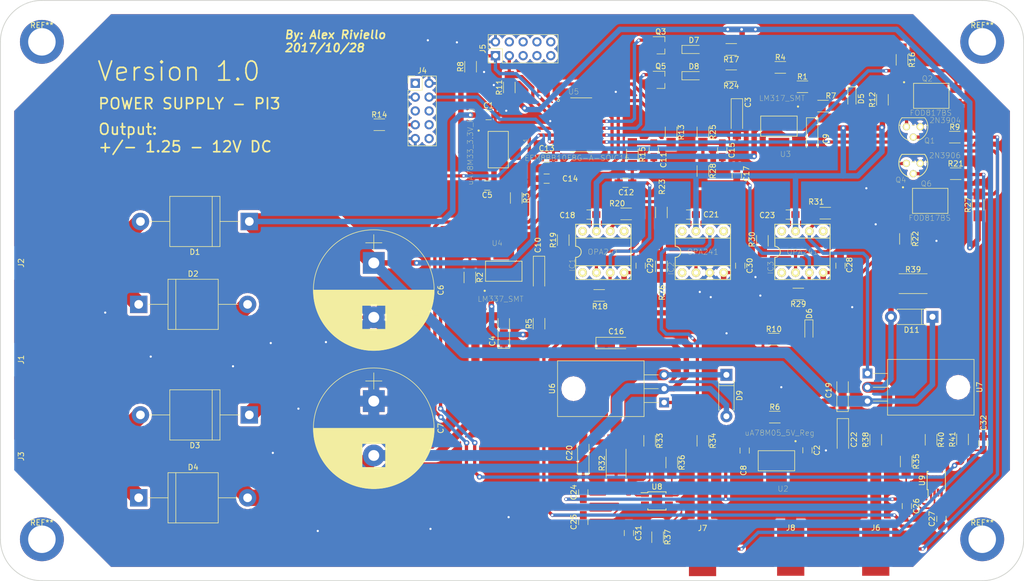
<source format=kicad_pcb>
(kicad_pcb (version 4) (host pcbnew 4.0.6)
  (title_block (title "Power Supply PI3") (date 2017-10-17) (rev 01) (company "Riviello, Alexandre"))
  (layers (0 F.Cu signal) (31 B.Cu signal) (34 B.Paste user) (35 F.Paste user) (36 B.SilkS user) (37 F.SilkS user) (38 B.Mask user) (39 F.Mask user) (44 Edge.Cuts user))
  (net 0 "")
  (net 1 V+)
  (net 2 GND)
  (net 3 V-)
  (net 4 3.3V)
  (net 5 5V)
  (net 6 +12V)
  (net 7 -12V)
  (net 8 "Net-(C11-Pad1)")
  (net 9 "Net-(C12-Pad1)")
  (net 10 "Net-(C15-Pad1)")
  (net 11 "Net-(C17-Pad1)")
  (net 12 "Net-(C20-Pad2)")
  (net 13 "Net-(C22-Pad1)")
  (net 14 "Net-(D1-Pad2)")
  (net 15 "Net-(D3-Pad2)")
  (net 16 "Net-(D5-Pad2)")
  (net 17 "Net-(D6-Pad2)")
  (net 18 "Net-(D7-Pad1)")
  (net 19 "Net-(D7-Pad2)")
  (net 20 "Net-(D8-Pad1)")
  (net 21 "Net-(D8-Pad2)")
  (net 22 "Net-(IC1-Pad2)")
  (net 23 "Net-(IC1-Pad6)")
  (net 24 "Net-(IC2-Pad2)")
  (net 25 "Net-(IC2-Pad6)")
  (net 26 "Net-(IC3-Pad2)")
  (net 27 "Net-(IC3-Pad6)")
  (net 28 C2D)
  (net 29 C2CK)
  (net 30 SCL)
  (net 31 SDA)
  (net 32 Vout+)
  (net 33 Vout-)
  (net 34 "Net-(Q2-Pad1)")
  (net 35 SS+)
  (net 36 SS_LED+)
  (net 37 "Net-(Q4-PadB)")
  (net 38 "Net-(Q4-PadC)")
  (net 39 SS_LED-)
  (net 40 "Net-(Q6-Pad2)")
  (net 41 SS-)
  (net 42 "Net-(R1-Pad1)")
  (net 43 "Net-(R2-Pad2)")
  (net 44 PWM-)
  (net 45 PWM+)
  (net 46 "Net-(R33-Pad2)")
  (net 47 "Net-(R35-Pad2)")
  (net 48 "Net-(R36-Pad2)")
  (net 49 Sense-)
  (net 50 "Net-(R40-Pad2)")
  (net 51 Sense+)
  (net 52 "Net-(Q1-Pad1)")
  (net 53 "Net-(Q1-Pad2)")
  (module OPA241:DIL08 (layer F.Cu) (at 198.12 79.248)
    (fp_text reference IC3 (at -5.842 2.921 90) (layer F.SilkS) (effects (font (size 1.0004 1.0004) (thickness 0.05))))
    (fp_text value OPA241 (at 0 0) (layer F.SilkS) (effects (font (size 1.00052 1.00052) (thickness 0.05))))
    (pad 1 thru_hole circle (at -3.81 3.81) (size 1.6002 1.6002) (drill 0.8128) (layers *.Cu *.Mask F.SilkS))
    (pad 2 thru_hole circle (at -1.27 3.81) (size 1.6002 1.6002) (drill 0.8128) (layers *.Cu *.Mask F.SilkS) (net 26 "Net-(IC3-Pad2)"))
    (pad 5 thru_hole circle (at 3.81 -3.81) (size 1.6002 1.6002) (drill 0.8128) (layers *.Cu *.Mask F.SilkS))
    (pad 6 thru_hole circle (at 1.27 -3.81) (size 1.6002 1.6002) (drill 0.8128) (layers *.Cu *.Mask F.SilkS) (net 27 "Net-(IC3-Pad6)"))
    (pad 3 thru_hole circle (at 1.27 3.81) (size 1.6002 1.6002) (drill 0.8128) (layers *.Cu *.Mask F.SilkS) (net 11 "Net-(C17-Pad1)"))
    (pad 4 thru_hole circle (at 3.81 3.81) (size 1.6002 1.6002) (drill 0.8128) (layers *.Cu *.Mask F.SilkS) (net 7 -12V))
    (pad 7 thru_hole circle (at -1.27 -3.81) (size 1.6002 1.6002) (drill 0.8128) (layers *.Cu *.Mask F.SilkS) (net 6 +12V))
    (pad 8 thru_hole circle (at -3.81 -3.81) (size 1.6002 1.6002) (drill 0.8128) (layers *.Cu *.Mask F.SilkS))
  )
  (module Connectors:1pin (layer F.Cu) (at 231.14 132.08)
    (fp_text reference REF** (at 0 -3.048) (layer F.SilkS))
    (fp_text value 1pin)
    (pad 1 thru_hole circle (at 0 0) (size 8.064 8.064) (drill 5.048) (layers *.Cu *.Mask))
  )
  (module Connectors:1pin (layer F.Cu) (at 231.14 40.64)
    (fp_text reference REF** (at 0 -3.048) (layer F.SilkS))
    (fp_text value 1pin)
    (pad 1 thru_hole circle (at 0 0) (size 8.064 8.064) (drill 5.048) (layers *.Cu *.Mask))
  )
  (module Connectors:1pin (layer F.Cu) (at 58.42 132.08)
    (fp_text reference REF** (at 0 -3.048) (layer F.SilkS))
    (fp_text value 1pin)
    (pad 1 thru_hole circle (at 0 0) (size 8.064 8.064) (drill 5.048) (layers *.Cu *.Mask))
  )
  (module OPA241:DIL08 (layer F.Cu) (at 179.832 79.248)
    (fp_text reference IC2 (at -5.842 3.048 90) (layer F.SilkS) (effects (font (size 1.0004 1.0004) (thickness 0.05))))
    (fp_text value OPA241 (at 0 0) (layer F.SilkS) (effects (font (size 1.00052 1.00052) (thickness 0.05))))
    (pad 1 thru_hole circle (at -3.81 3.81) (size 1.6002 1.6002) (drill 0.8128) (layers *.Cu *.Mask F.SilkS))
    (pad 2 thru_hole circle (at -1.27 3.81) (size 1.6002 1.6002) (drill 0.8128) (layers *.Cu *.Mask F.SilkS) (net 24 "Net-(IC2-Pad2)"))
    (pad 5 thru_hole circle (at 3.81 -3.81) (size 1.6002 1.6002) (drill 0.8128) (layers *.Cu *.Mask F.SilkS))
    (pad 6 thru_hole circle (at 1.27 -3.81) (size 1.6002 1.6002) (drill 0.8128) (layers *.Cu *.Mask F.SilkS) (net 25 "Net-(IC2-Pad6)"))
    (pad 3 thru_hole circle (at 1.27 3.81) (size 1.6002 1.6002) (drill 0.8128) (layers *.Cu *.Mask F.SilkS) (net 2 GND))
    (pad 4 thru_hole circle (at 3.81 3.81) (size 1.6002 1.6002) (drill 0.8128) (layers *.Cu *.Mask F.SilkS) (net 7 -12V))
    (pad 7 thru_hole circle (at -1.27 -3.81) (size 1.6002 1.6002) (drill 0.8128) (layers *.Cu *.Mask F.SilkS) (net 6 +12V))
    (pad 8 thru_hole circle (at -3.81 -3.81) (size 1.6002 1.6002) (drill 0.8128) (layers *.Cu *.Mask F.SilkS))
  )
  (module Capacitors_SMD:C_0805_HandSoldering (layer F.Cu) (at 140.462 54.102)
    (fp_text reference C1 (at 0 -1.75) (layer F.SilkS))
    (fp_text value 0.33u)
    (pad 1 smd rect (at -1.25 0) (size 1.5 1.25) (layers F.Cu F.Paste F.Mask) (net 1 V+))
    (pad 2 smd rect (at 1.25 0) (size 1.5 1.25) (layers F.Cu F.Paste F.Mask) (net 2 GND))
  )
  (module Capacitors_SMD:C_0805_HandSoldering (layer F.Cu) (at 199.0344 115.7224 270)
    (fp_text reference C2 (at 0 -1.75 270) (layer F.SilkS))
    (fp_text value 0.33u)
    (pad 1 smd rect (at -1.25 0 270) (size 1.5 1.25) (layers F.Cu F.Paste F.Mask) (net 1 V+))
    (pad 2 smd rect (at 1.25 0 270) (size 1.5 1.25) (layers F.Cu F.Paste F.Mask) (net 2 GND))
  )
  (module Capacitors_Tantalum_SMD:CP_Tantalum_Case-A_EIA-3216-18_Hand (layer F.Cu) (at 186.0804 54.98592 270)
    (fp_text reference C3 (at -3.2131 -2.03962 270) (layer F.SilkS))
    (fp_text value 1u)
    (pad 1 smd rect (at -2 0 270) (size 3.2 1.5) (layers F.Cu F.Paste F.Mask) (net 1 V+))
    (pad 2 smd rect (at 2 0 270) (size 3.2 1.5) (layers F.Cu F.Paste F.Mask) (net 2 GND))
  )
  (module Capacitors_Tantalum_SMD:CP_Tantalum_Case-A_EIA-3216-18_Hand (layer F.Cu) (at 143.256 93.091 90)
    (fp_text reference C4 (at -2.54 -2.0955 90) (layer F.SilkS))
    (fp_text value 1u)
    (pad 1 smd rect (at -2 0 90) (size 3.2 1.5) (layers F.Cu F.Paste F.Mask) (net 2 GND))
    (pad 2 smd rect (at 2 0 90) (size 3.2 1.5) (layers F.Cu F.Paste F.Mask) (net 3 V-))
  )
  (module Capacitors_SMD:C_0805_HandSoldering (layer F.Cu) (at 140.208 67.056 180)
    (fp_text reference C5 (at 0 -1.75 180) (layer F.SilkS))
    (fp_text value 0.1u)
    (pad 1 smd rect (at -1.25 0 180) (size 1.5 1.25) (layers F.Cu F.Paste F.Mask) (net 4 3.3V))
    (pad 2 smd rect (at 1.25 0 180) (size 1.5 1.25) (layers F.Cu F.Paste F.Mask) (net 2 GND))
  )
  (module Capacitors_THT:CP_Radial_D22.0mm_P10.00mm_SnapIn (layer F.Cu) (at 119.38 81.28 270)
    (fp_text reference C6 (at 5 -12.31 270) (layer F.SilkS))
    (fp_text value 10m)
    (pad 1 thru_hole rect (at 0 0 270) (size 4 4) (drill 2) (layers *.Cu *.Mask) (net 1 V+))
    (pad 2 thru_hole circle (at 10 0 270) (size 4 4) (drill 2) (layers *.Cu *.Mask) (net 2 GND))
  )
  (module Capacitors_THT:CP_Radial_D22.0mm_P10.00mm_SnapIn (layer F.Cu) (at 119.38 106.68 270)
    (fp_text reference C7 (at 5 -12.31 270) (layer F.SilkS))
    (fp_text value 10m)
    (pad 1 thru_hole rect (at 0 0 270) (size 4 4) (drill 2) (layers *.Cu *.Mask) (net 2 GND))
    (pad 2 thru_hole circle (at 10 0 270) (size 4 4) (drill 2) (layers *.Cu *.Mask) (net 3 V-))
  )
  (module Capacitors_SMD:C_0805_HandSoldering (layer F.Cu) (at 187.5028 115.7732 270)
    (fp_text reference C8 (at 3.6576 0.2032 270) (layer F.SilkS))
    (fp_text value 0.1u)
    (pad 1 smd rect (at -1.25 0 270) (size 1.5 1.25) (layers F.Cu F.Paste F.Mask) (net 5 5V))
    (pad 2 smd rect (at 1.25 0 270) (size 1.5 1.25) (layers F.Cu F.Paste F.Mask) (net 2 GND))
  )
  (module Capacitors_Tantalum_SMD:CP_Tantalum_Case-A_EIA-3216-18_Hand (layer F.Cu) (at 199.898 58.4835 270)
    (fp_text reference C9 (at 0 -2.55 270) (layer F.SilkS))
    (fp_text value 1u)
    (pad 1 smd rect (at -2 0 270) (size 3.2 1.5) (layers F.Cu F.Paste F.Mask) (net 6 +12V))
    (pad 2 smd rect (at 2 0 270) (size 3.2 1.5) (layers F.Cu F.Paste F.Mask) (net 2 GND))
  )
  (module Capacitors_Tantalum_SMD:CP_Tantalum_Case-A_EIA-3216-18_Hand (layer F.Cu) (at 149.733 83.947 270)
    (fp_text reference C10 (at -5.9436 0.2032 270) (layer F.SilkS))
    (fp_text value 1u)
    (pad 1 smd rect (at -2 0 270) (size 3.2 1.5) (layers F.Cu F.Paste F.Mask) (net 2 GND))
    (pad 2 smd rect (at 2 0 270) (size 3.2 1.5) (layers F.Cu F.Paste F.Mask) (net 7 -12V))
  )
  (module Capacitors_SMD:C_0805_HandSoldering (layer F.Cu) (at 170.815 60.579 270)
    (fp_text reference C11 (at 1.778 -1.778 270) (layer F.SilkS))
    (fp_text value 0.1u)
    (pad 1 smd rect (at -1.25 0 270) (size 1.5 1.25) (layers F.Cu F.Paste F.Mask) (net 8 "Net-(C11-Pad1)"))
    (pad 2 smd rect (at 1.25 0 270) (size 1.5 1.25) (layers F.Cu F.Paste F.Mask) (net 2 GND))
  )
  (module Capacitors_SMD:C_0805_HandSoldering (layer F.Cu) (at 165.608 66.548 180)
    (fp_text reference C12 (at -0.127 -1.778 180) (layer F.SilkS))
    (fp_text value 0.1u)
    (pad 1 smd rect (at -1.25 0 180) (size 1.5 1.25) (layers F.Cu F.Paste F.Mask) (net 9 "Net-(C12-Pad1)"))
    (pad 2 smd rect (at 1.25 0 180) (size 1.5 1.25) (layers F.Cu F.Paste F.Mask) (net 2 GND))
  )
  (module Capacitors_SMD:C_0805_HandSoldering (layer F.Cu) (at 151.13 61.976)
    (fp_text reference C13 (at 0 -1.75) (layer F.SilkS))
    (fp_text value 1u)
    (pad 1 smd rect (at -1.25 0) (size 1.5 1.25) (layers F.Cu F.Paste F.Mask) (net 4 3.3V))
    (pad 2 smd rect (at 1.25 0) (size 1.5 1.25) (layers F.Cu F.Paste F.Mask) (net 2 GND))
  )
  (module Capacitors_SMD:C_0805_HandSoldering (layer F.Cu) (at 151.13 65.786)
    (fp_text reference C14 (at 4.318 0) (layer F.SilkS))
    (fp_text value 0.1u)
    (pad 1 smd rect (at -1.25 0) (size 1.5 1.25) (layers F.Cu F.Paste F.Mask) (net 4 3.3V))
    (pad 2 smd rect (at 1.25 0) (size 1.5 1.25) (layers F.Cu F.Paste F.Mask) (net 2 GND))
  )
  (module Capacitors_SMD:C_0805_HandSoldering (layer F.Cu) (at 183.388 60.579 270)
    (fp_text reference C15 (at 0 -1.75 270) (layer F.SilkS))
    (fp_text value 0.1u)
    (pad 1 smd rect (at -1.25 0 270) (size 1.5 1.25) (layers F.Cu F.Paste F.Mask) (net 10 "Net-(C15-Pad1)"))
    (pad 2 smd rect (at 1.25 0 270) (size 1.5 1.25) (layers F.Cu F.Paste F.Mask) (net 2 GND))
  )
  (module Capacitors_Tantalum_SMD:CP_Tantalum_Case-A_EIA-3216-18_Hand (layer F.Cu) (at 164.084 96.012)
    (fp_text reference C16 (at -0.1778 -2.1336) (layer F.SilkS))
    (fp_text value 1u)
    (pad 1 smd rect (at -2 0) (size 3.2 1.5) (layers F.Cu F.Paste F.Mask) (net 2 GND))
    (pad 2 smd rect (at 2 0) (size 3.2 1.5) (layers F.Cu F.Paste F.Mask) (net 3 V-))
  )
  (module Capacitors_SMD:C_0805_HandSoldering (layer F.Cu) (at 186.055 65.151 90)
    (fp_text reference C17 (at 0.254 1.778 90) (layer F.SilkS))
    (fp_text value 0.1u)
    (pad 1 smd rect (at -1.25 0 90) (size 1.5 1.25) (layers F.Cu F.Paste F.Mask) (net 11 "Net-(C17-Pad1)"))
    (pad 2 smd rect (at 1.25 0 90) (size 1.5 1.25) (layers F.Cu F.Paste F.Mask) (net 2 GND))
  )
  (module Capacitors_Tantalum_SMD:CP_Tantalum_Case-A_EIA-3216-18_Hand (layer F.Cu) (at 205.486 104.6988 90)
    (fp_text reference C19 (at 0 -2.55 90) (layer F.SilkS))
    (fp_text value 1u)
    (pad 1 smd rect (at -2 0 90) (size 3.2 1.5) (layers F.Cu F.Paste F.Mask) (net 1 V+))
    (pad 2 smd rect (at 2 0 90) (size 3.2 1.5) (layers F.Cu F.Paste F.Mask) (net 2 GND))
  )
  (module Capacitors_Tantalum_SMD:CP_Tantalum_Case-A_EIA-3216-18_Hand (layer F.Cu) (at 157.861 116.205 90)
    (fp_text reference C20 (at 0 -2.55 90) (layer F.SilkS))
    (fp_text value 1u)
    (pad 1 smd rect (at -2 0 90) (size 3.2 1.5) (layers F.Cu F.Paste F.Mask) (net 2 GND))
    (pad 2 smd rect (at 2 0 90) (size 3.2 1.5) (layers F.Cu F.Paste F.Mask) (net 12 "Net-(C20-Pad2)"))
  )
  (module Capacitors_Tantalum_SMD:CP_Tantalum_Case-A_EIA-3216-18_Hand (layer F.Cu) (at 205.5495 113.792 270)
    (fp_text reference C22 (at -0.02032 -2.0447 270) (layer F.SilkS))
    (fp_text value 1u)
    (pad 1 smd rect (at -2 0 270) (size 3.2 1.5) (layers F.Cu F.Paste F.Mask) (net 13 "Net-(C22-Pad1)"))
    (pad 2 smd rect (at 2 0 270) (size 3.2 1.5) (layers F.Cu F.Paste F.Mask) (net 2 GND))
  )
  (module Diodes_THT:D_P600_R-6_P20.00mm_Horizontal (layer F.Cu) (at 96.52 73.66 180)
    (fp_text reference D1 (at 10 -5.61 180) (layer F.SilkS))
    (fp_text value 6A1-T)
    (pad 1 thru_hole rect (at 0 0 180) (size 3.2 3.2) (drill 1.6) (layers *.Cu *.Mask) (net 1 V+))
    (pad 2 thru_hole oval (at 20 0 180) (size 3.2 3.2) (drill 1.6) (layers *.Cu *.Mask) (net 14 "Net-(D1-Pad2)"))
  )
  (module Diodes_THT:D_P600_R-6_P20.00mm_Horizontal (layer F.Cu) (at 76.2 88.9)
    (fp_text reference D2 (at 10 -5.61) (layer F.SilkS))
    (fp_text value 6A1-T)
    (pad 1 thru_hole rect (at 0 0) (size 3.2 3.2) (drill 1.6) (layers *.Cu *.Mask) (net 14 "Net-(D1-Pad2)"))
    (pad 2 thru_hole oval (at 20 0) (size 3.2 3.2) (drill 1.6) (layers *.Cu *.Mask) (net 3 V-))
  )
  (module Diodes_THT:D_P600_R-6_P20.00mm_Horizontal (layer F.Cu) (at 96.52 109.22 180)
    (fp_text reference D3 (at 10 -5.61 180) (layer F.SilkS))
    (fp_text value 6A1-T)
    (pad 1 thru_hole rect (at 0 0 180) (size 3.2 3.2) (drill 1.6) (layers *.Cu *.Mask) (net 1 V+))
    (pad 2 thru_hole oval (at 20 0 180) (size 3.2 3.2) (drill 1.6) (layers *.Cu *.Mask) (net 15 "Net-(D3-Pad2)"))
  )
  (module Diodes_THT:D_P600_R-6_P20.00mm_Horizontal (layer F.Cu) (at 76.2 124.46)
    (fp_text reference D4 (at 10 -5.61) (layer F.SilkS))
    (fp_text value 6A1-T)
    (pad 1 thru_hole rect (at 0 0) (size 3.2 3.2) (drill 1.6) (layers *.Cu *.Mask) (net 15 "Net-(D3-Pad2)"))
    (pad 2 thru_hole oval (at 20 0) (size 3.2 3.2) (drill 1.6) (layers *.Cu *.Mask) (net 3 V-))
  )
  (module LEDs:LED_0805_HandSoldering (layer F.Cu) (at 207.20304 51.1048 270)
    (fp_text reference D5 (at 0 -1.7 270) (layer F.SilkS))
    (fp_text value LED)
    (pad 1 smd rect (at -1.35 0 270) (size 1.5 1.3) (layers F.Cu F.Paste F.Mask) (net 2 GND))
    (pad 2 smd rect (at 1.35 0 270) (size 1.5 1.3) (layers F.Cu F.Paste F.Mask) (net 16 "Net-(D5-Pad2)"))
  )
  (module LEDs:LED_0805_HandSoldering (layer F.Cu) (at 199.3011 93.9546 270)
    (fp_text reference D6 (at -3.3655 -0.0635 270) (layer F.SilkS))
    (fp_text value LED)
    (pad 1 smd rect (at -1.35 0 270) (size 1.5 1.3) (layers F.Cu F.Paste F.Mask) (net 7 -12V))
    (pad 2 smd rect (at 1.35 0 270) (size 1.5 1.3) (layers F.Cu F.Paste F.Mask) (net 17 "Net-(D6-Pad2)"))
  )
  (module LEDs:LED_0805_HandSoldering (layer F.Cu) (at 178.181 42.037)
    (fp_text reference D7 (at 0 -1.7) (layer F.SilkS))
    (fp_text value LED)
    (pad 1 smd rect (at -1.35 0) (size 1.5 1.3) (layers F.Cu F.Paste F.Mask) (net 18 "Net-(D7-Pad1)"))
    (pad 2 smd rect (at 1.35 0) (size 1.5 1.3) (layers F.Cu F.Paste F.Mask) (net 19 "Net-(D7-Pad2)"))
  )
  (module LEDs:LED_0805_HandSoldering (layer F.Cu) (at 178.181 46.863)
    (fp_text reference D8 (at 0 -1.7) (layer F.SilkS))
    (fp_text value LED)
    (pad 1 smd rect (at -1.35 0) (size 1.5 1.3) (layers F.Cu F.Paste F.Mask) (net 20 "Net-(D8-Pad1)"))
    (pad 2 smd rect (at 1.35 0) (size 1.5 1.3) (layers F.Cu F.Paste F.Mask) (net 21 "Net-(D8-Pad2)"))
  )
  (module Diodes_THT:D_DO-41_SOD81_P7.62mm_Horizontal (layer F.Cu) (at 184.15 101.854 270)
    (fp_text reference D9 (at 3.81 -2.41 270) (layer F.SilkS))
    (fp_text value 1N4002)
    (pad 1 thru_hole rect (at 0 0 270) (size 2.2 2.2) (drill 1.1) (layers *.Cu *.Mask) (net 12 "Net-(C20-Pad2)"))
    (pad 2 thru_hole oval (at 7.62 0 270) (size 2.2 2.2) (drill 1.1) (layers *.Cu *.Mask) (net 3 V-))
  )
  (module Diodes_THT:D_DO-41_SOD81_P7.62mm_Horizontal (layer F.Cu) (at 221.996 91.186 180)
    (fp_text reference D11 (at 3.81 -2.41 180) (layer F.SilkS))
    (fp_text value 1N4002)
    (pad 1 thru_hole rect (at 0 0 180) (size 2.2 2.2) (drill 1.1) (layers *.Cu *.Mask) (net 1 V+))
    (pad 2 thru_hole oval (at 7.62 0 180) (size 2.2 2.2) (drill 1.1) (layers *.Cu *.Mask) (net 13 "Net-(C22-Pad1)"))
  )
  (module OPA241:DIL08 (layer F.Cu) (at 161.544 79.248)
    (fp_text reference IC1 (at -5.715 2.413 90) (layer F.SilkS) (effects (font (size 1.0004 1.0004) (thickness 0.05))))
    (fp_text value OPA241 (at 0 0) (layer F.SilkS) (effects (font (size 1.00052 1.00052) (thickness 0.05))))
    (pad 1 thru_hole circle (at -3.81 3.81) (size 1.6002 1.6002) (drill 0.8128) (layers *.Cu *.Mask F.SilkS))
    (pad 2 thru_hole circle (at -1.27 3.81) (size 1.6002 1.6002) (drill 0.8128) (layers *.Cu *.Mask F.SilkS) (net 22 "Net-(IC1-Pad2)"))
    (pad 5 thru_hole circle (at 3.81 -3.81) (size 1.6002 1.6002) (drill 0.8128) (layers *.Cu *.Mask F.SilkS))
    (pad 6 thru_hole circle (at 1.27 -3.81) (size 1.6002 1.6002) (drill 0.8128) (layers *.Cu *.Mask F.SilkS) (net 23 "Net-(IC1-Pad6)"))
    (pad 3 thru_hole circle (at 1.27 3.81) (size 1.6002 1.6002) (drill 0.8128) (layers *.Cu *.Mask F.SilkS) (net 9 "Net-(C12-Pad1)"))
    (pad 4 thru_hole circle (at 3.81 3.81) (size 1.6002 1.6002) (drill 0.8128) (layers *.Cu *.Mask F.SilkS) (net 7 -12V))
    (pad 7 thru_hole circle (at -1.27 -3.81) (size 1.6002 1.6002) (drill 0.8128) (layers *.Cu *.Mask F.SilkS) (net 6 +12V))
    (pad 8 thru_hole circle (at -3.81 -3.81) (size 1.6002 1.6002) (drill 0.8128) (layers *.Cu *.Mask F.SilkS))
  )
  (module Wire_Pads:SolderWirePad_single_SMD_5x10mm (layer F.Cu) (at 58.42 99.06 90)
    (fp_text reference J1 (at 0 -3.81 90) (layer F.SilkS))
    (fp_text value CONN_01X01)
    (pad 1 smd rect (at 0 0 90) (size 5 10) (layers F.Cu F.Paste F.Mask) (net 2 GND))
  )
  (module Wire_Pads:SolderWirePad_single_SMD_5x10mm (layer F.Cu) (at 58.42 81.28 90)
    (fp_text reference J2 (at 0 -3.81 90) (layer F.SilkS))
    (fp_text value CONN_01X01)
    (pad 1 smd rect (at 0 0 90) (size 5 10) (layers F.Cu F.Paste F.Mask) (net 14 "Net-(D1-Pad2)"))
  )
  (module Wire_Pads:SolderWirePad_single_SMD_5x10mm (layer F.Cu) (at 58.42 116.84 90)
    (fp_text reference J3 (at 0 -3.81 90) (layer F.SilkS))
    (fp_text value CONN_01X01)
    (pad 1 smd rect (at 0 0 90) (size 5 10) (layers F.Cu F.Paste F.Mask) (net 15 "Net-(D3-Pad2)"))
  )
  (module Pin_Headers:Pin_Header_Straight_2x05_Pitch2.54mm (layer F.Cu) (at 127 48.26)
    (fp_text reference J4 (at 1.27 -2.33) (layer F.SilkS))
    (fp_text value CONN_02X05)
    (pad 1 thru_hole rect (at 0 0) (size 1.7 1.7) (drill 1) (layers *.Cu *.Mask))
    (pad 2 thru_hole oval (at 2.54 0) (size 1.7 1.7) (drill 1) (layers *.Cu *.Mask) (net 2 GND))
    (pad 3 thru_hole oval (at 0 2.54) (size 1.7 1.7) (drill 1) (layers *.Cu *.Mask) (net 2 GND))
    (pad 4 thru_hole oval (at 2.54 2.54) (size 1.7 1.7) (drill 1) (layers *.Cu *.Mask) (net 28 C2D))
    (pad 5 thru_hole oval (at 0 5.08) (size 1.7 1.7) (drill 1) (layers *.Cu *.Mask))
    (pad 6 thru_hole oval (at 2.54 5.08) (size 1.7 1.7) (drill 1) (layers *.Cu *.Mask))
    (pad 7 thru_hole oval (at 0 7.62) (size 1.7 1.7) (drill 1) (layers *.Cu *.Mask) (net 29 C2CK))
    (pad 8 thru_hole oval (at 2.54 7.62) (size 1.7 1.7) (drill 1) (layers *.Cu *.Mask))
    (pad 9 thru_hole oval (at 0 10.16) (size 1.7 1.7) (drill 1) (layers *.Cu *.Mask) (net 2 GND))
    (pad 10 thru_hole oval (at 2.54 10.16) (size 1.7 1.7) (drill 1) (layers *.Cu *.Mask))
  )
  (module Pin_Headers:Pin_Header_Straight_2x05_Pitch2.54mm (layer F.Cu) (at 141.732 43.18 90)
    (fp_text reference J5 (at 1.27 -2.33 90) (layer F.SilkS))
    (fp_text value CONN_02X05)
    (pad 1 thru_hole rect (at 0 0 90) (size 1.7 1.7) (drill 1) (layers *.Cu *.Mask) (net 30 SCL))
    (pad 2 thru_hole oval (at 2.54 0 90) (size 1.7 1.7) (drill 1) (layers *.Cu *.Mask) (net 2 GND))
    (pad 3 thru_hole oval (at 0 2.54 90) (size 1.7 1.7) (drill 1) (layers *.Cu *.Mask) (net 31 SDA))
    (pad 4 thru_hole oval (at 2.54 2.54 90) (size 1.7 1.7) (drill 1) (layers *.Cu *.Mask))
    (pad 5 thru_hole oval (at 0 5.08 90) (size 1.7 1.7) (drill 1) (layers *.Cu *.Mask))
    (pad 6 thru_hole oval (at 2.54 5.08 90) (size 1.7 1.7) (drill 1) (layers *.Cu *.Mask))
    (pad 7 thru_hole oval (at 0 7.62 90) (size 1.7 1.7) (drill 1) (layers *.Cu *.Mask))
    (pad 8 thru_hole oval (at 2.54 7.62 90) (size 1.7 1.7) (drill 1) (layers *.Cu *.Mask))
    (pad 9 thru_hole oval (at 0 10.16 90) (size 1.7 1.7) (drill 1) (layers *.Cu *.Mask))
    (pad 10 thru_hole oval (at 2.54 10.16 90) (size 1.7 1.7) (drill 1) (layers *.Cu *.Mask))
  )
  (module Wire_Pads:SolderWirePad_single_SMD_5x10mm (layer F.Cu) (at 211.582 133.7945)
    (fp_text reference J6 (at 0 -3.81) (layer F.SilkS))
    (fp_text value CONN_01X01)
    (pad 1 smd rect (at 0 0) (size 5 10) (layers F.Cu F.Paste F.Mask) (net 32 Vout+))
  )
  (module Wire_Pads:SolderWirePad_single_SMD_5x10mm (layer F.Cu) (at 179.7685 133.858)
    (fp_text reference J7 (at 0 -3.81) (layer F.SilkS))
    (fp_text value CONN_01X01)
    (pad 1 smd rect (at 0 0) (size 5 10) (layers F.Cu F.Paste F.Mask) (net 33 Vout-))
  )
  (module Wire_Pads:SolderWirePad_single_SMD_5x10mm (layer F.Cu) (at 195.961 133.7945)
    (fp_text reference J8 (at 0 -3.81) (layer F.SilkS))
    (fp_text value CONN_01X01)
    (pad 1 smd rect (at 0 0) (size 5 10) (layers F.Cu F.Paste F.Mask) (net 2 GND))
  )
  (module FOD817BS:SOIC254P1016X385-4N (layer F.Cu) (at 221.78264 50.56124)
    (fp_text reference Q2 (at -0.721757 -3.15266) (layer F.SilkS) (effects (font (size 1.00243 1.00243) (thickness 0.05))))
    (fp_text value FOD817BS (at -0.085348 3.13707) (layer F.SilkS) (effects (font (size 1.00386 1.00386) (thickness 0.05))))
    (pad 1 smd rect (at -4.54 -1.27 90) (size 1.44 2.09) (layers F.Cu F.Paste F.Mask) (net 34 "Net-(Q2-Pad1)"))
    (pad 2 smd rect (at -4.54 1.27 90) (size 1.44 2.09) (layers F.Cu F.Paste F.Mask) (net 52 "Net-(Q1-Pad1)"))
    (pad 3 smd rect (at 4.54 1.27 90) (size 1.44 2.09) (layers F.Cu F.Paste F.Mask) (net 2 GND))
    (pad 4 smd rect (at 4.54 -1.27 90) (size 1.44 2.09) (layers F.Cu F.Paste F.Mask) (net 35 SS+))
  )
  (module TO_SOT_Packages_SMD:SOT-23 (layer F.Cu) (at 172.085 41.275)
    (fp_text reference Q3 (at 0 -2.5) (layer F.SilkS))
    (fp_text value 2N7002)
    (pad 1 smd rect (at -1 -0.95) (size 0.9 0.8) (layers F.Cu F.Paste F.Mask) (net 36 SS_LED+))
    (pad 2 smd rect (at -1 0.95) (size 0.9 0.8) (layers F.Cu F.Paste F.Mask) (net 2 GND))
    (pad 3 smd rect (at 1 0) (size 0.9 0.8) (layers F.Cu F.Paste F.Mask) (net 18 "Net-(D7-Pad1)"))
  )
  (module 2N3906:TO92D (layer F.Cu) (at 218.48064 62.97168 180)
    (fp_text reference Q4 (at 2.286 -3.048 180) (layer F.SilkS) (effects (font (size 1.002 1.002) (thickness 0.05))))
    (fp_text value 2N3906 (at -5.80644 1.45034 180) (layer F.SilkS) (effects (font (size 1.00111 1.00111) (thickness 0.05))))
    (pad E thru_hole circle (at -1.27 0 180) (size 1.3208 1.3208) (drill 0.8128) (layers *.Cu *.Mask F.SilkS) (net 2 GND))
    (pad B thru_hole circle (at 0 -1.905 180) (size 1.3208 1.3208) (drill 0.8128) (layers *.Cu *.Mask F.SilkS) (net 37 "Net-(Q4-PadB)"))
    (pad C thru_hole circle (at 1.27 0 180) (size 1.3208 1.3208) (drill 0.8128) (layers *.Cu *.Mask F.SilkS) (net 38 "Net-(Q4-PadC)"))
  )
  (module TO_SOT_Packages_SMD:SOT-23 (layer F.Cu) (at 172.085 47.625)
    (fp_text reference Q5 (at 0 -2.5) (layer F.SilkS))
    (fp_text value 2N7002)
    (pad 1 smd rect (at -1 -0.95) (size 0.9 0.8) (layers F.Cu F.Paste F.Mask) (net 39 SS_LED-))
    (pad 2 smd rect (at -1 0.95) (size 0.9 0.8) (layers F.Cu F.Paste F.Mask) (net 2 GND))
    (pad 3 smd rect (at 1 0) (size 0.9 0.8) (layers F.Cu F.Paste F.Mask) (net 20 "Net-(D8-Pad1)"))
  )
  (module FOD817BS:SOIC254P1016X385-4N (layer F.Cu) (at 221.58452 69.8754)
    (fp_text reference Q6 (at -0.721757 -3.15266) (layer F.SilkS) (effects (font (size 1.00243 1.00243) (thickness 0.05))))
    (fp_text value FOD817BS (at -0.085348 3.13707) (layer F.SilkS) (effects (font (size 1.00386 1.00386) (thickness 0.05))))
    (pad 1 smd rect (at -4.54 -1.27 90) (size 1.44 2.09) (layers F.Cu F.Paste F.Mask) (net 38 "Net-(Q4-PadC)"))
    (pad 2 smd rect (at -4.54 1.27 90) (size 1.44 2.09) (layers F.Cu F.Paste F.Mask) (net 40 "Net-(Q6-Pad2)"))
    (pad 3 smd rect (at 4.54 1.27 90) (size 1.44 2.09) (layers F.Cu F.Paste F.Mask) (net 2 GND))
    (pad 4 smd rect (at 4.54 -1.27 90) (size 1.44 2.09) (layers F.Cu F.Paste F.Mask) (net 41 SS-))
  )
  (module Resistors_SMD:R_1206_HandSoldering (layer F.Cu) (at 198.12 48.895)
    (fp_text reference R1 (at 0 -1.85) (layer F.SilkS))
    (fp_text value 1.1k)
    (pad 1 smd rect (at -2 0) (size 2 1.7) (layers F.Cu F.Paste F.Mask) (net 42 "Net-(R1-Pad1)"))
    (pad 2 smd rect (at 2 0) (size 2 1.7) (layers F.Cu F.Paste F.Mask) (net 2 GND))
  )
  (module Resistors_SMD:R_1206_HandSoldering (layer F.Cu) (at 137.033 83.947 270)
    (fp_text reference R2 (at 0 -1.85 270) (layer F.SilkS))
    (fp_text value 1.1k)
    (pad 1 smd rect (at -2 0 270) (size 2 1.7) (layers F.Cu F.Paste F.Mask) (net 2 GND))
    (pad 2 smd rect (at 2 0 270) (size 2 1.7) (layers F.Cu F.Paste F.Mask) (net 43 "Net-(R2-Pad2)"))
  )
  (module Resistors_SMD:R_1206_HandSoldering (layer F.Cu) (at 145.542 69.342 270)
    (fp_text reference R3 (at 0 -1.85 270) (layer F.SilkS))
    (fp_text value 620)
    (pad 1 smd rect (at -2 0 270) (size 2 1.7) (layers F.Cu F.Paste F.Mask) (net 4 3.3V))
    (pad 2 smd rect (at 2 0 270) (size 2 1.7) (layers F.Cu F.Paste F.Mask) (net 2 GND))
  )
  (module Resistors_SMD:R_1206_HandSoldering (layer F.Cu) (at 194.056 45.339)
    (fp_text reference R4 (at 0 -1.85) (layer F.SilkS))
    (fp_text value 120)
    (pad 1 smd rect (at -2 0) (size 2 1.7) (layers F.Cu F.Paste F.Mask) (net 6 +12V))
    (pad 2 smd rect (at 2 0) (size 2 1.7) (layers F.Cu F.Paste F.Mask) (net 42 "Net-(R1-Pad1)"))
  )
  (module Resistors_SMD:R_1206_HandSoldering (layer F.Cu) (at 149.733 92.456 90)
    (fp_text reference R5 (at 0 -1.85 90) (layer F.SilkS))
    (fp_text value 120)
    (pad 1 smd rect (at -2 0 90) (size 2 1.7) (layers F.Cu F.Paste F.Mask) (net 43 "Net-(R2-Pad2)"))
    (pad 2 smd rect (at 2 0 90) (size 2 1.7) (layers F.Cu F.Paste F.Mask) (net 7 -12V))
  )
  (module Resistors_SMD:R_1206_HandSoldering (layer F.Cu) (at 193.04 109.6264)
    (fp_text reference R6 (at 0 -1.85) (layer F.SilkS))
    (fp_text value 1k)
    (pad 1 smd rect (at -2 0) (size 2 1.7) (layers F.Cu F.Paste F.Mask) (net 5 5V))
    (pad 2 smd rect (at 2 0) (size 2 1.7) (layers F.Cu F.Paste F.Mask) (net 2 GND))
  )
  (module Resistors_SMD:R_1206_HandSoldering (layer F.Cu) (at 201.89952 52.451)
    (fp_text reference R7 (at 1.44272 -1.88976) (layer F.SilkS))
    (fp_text value 570)
    (pad 1 smd rect (at -2 0) (size 2 1.7) (layers F.Cu F.Paste F.Mask) (net 6 +12V))
    (pad 2 smd rect (at 2 0) (size 2 1.7) (layers F.Cu F.Paste F.Mask) (net 16 "Net-(D5-Pad2)"))
  )
  (module Resistors_SMD:R_1206_HandSoldering (layer F.Cu) (at 137.16 45.212 90)
    (fp_text reference R8 (at 0 -1.85 90) (layer F.SilkS))
    (fp_text value 2k)
    (pad 1 smd rect (at -2 0 90) (size 2 1.7) (layers F.Cu F.Paste F.Mask) (net 4 3.3V))
    (pad 2 smd rect (at 2 0 90) (size 2 1.7) (layers F.Cu F.Paste F.Mask) (net 30 SCL))
  )
  (module Resistors_SMD:R_1206_HandSoldering (layer F.Cu) (at 226.10064 58.15584)
    (fp_text reference R9 (at 0 -1.85) (layer F.SilkS))
    (fp_text value 2.7k)
    (pad 1 smd rect (at -2 0) (size 2 1.7) (layers F.Cu F.Paste F.Mask) (net 53 "Net-(Q1-Pad2)"))
    (pad 2 smd rect (at 2 0) (size 2 1.7) (layers F.Cu F.Paste F.Mask) (net 32 Vout+))
  )
  (module Resistors_SMD:R_1206_HandSoldering (layer F.Cu) (at 192.86982 95.30334)
    (fp_text reference R10 (at 0 -1.85) (layer F.SilkS))
    (fp_text value 570)
    (pad 1 smd rect (at -2 0) (size 2 1.7) (layers F.Cu F.Paste F.Mask) (net 2 GND))
    (pad 2 smd rect (at 2 0) (size 2 1.7) (layers F.Cu F.Paste F.Mask) (net 17 "Net-(D6-Pad2)"))
  )
  (module Resistors_SMD:R_1206_HandSoldering (layer F.Cu) (at 144.272 49.022 90)
    (fp_text reference R11 (at 0 -1.85 90) (layer F.SilkS))
    (fp_text value 2k)
    (pad 1 smd rect (at -2 0 90) (size 2 1.7) (layers F.Cu F.Paste F.Mask) (net 4 3.3V))
    (pad 2 smd rect (at 2 0 90) (size 2 1.7) (layers F.Cu F.Paste F.Mask) (net 31 SDA))
  )
  (module Resistors_SMD:R_1206_HandSoldering (layer F.Cu) (at 212.80628 51.28768 90)
    (fp_text reference R12 (at 0 -1.85 90) (layer F.SilkS))
    (fp_text value 570)
    (pad 1 smd rect (at -2 0 90) (size 2 1.7) (layers F.Cu F.Paste F.Mask) (net 6 +12V))
    (pad 2 smd rect (at 2 0 90) (size 2 1.7) (layers F.Cu F.Paste F.Mask) (net 34 "Net-(Q2-Pad1)"))
  )
  (module Resistors_SMD:R_1206_HandSoldering (layer F.Cu) (at 173.99 57.277 270)
    (fp_text reference R13 (at 0 -1.85 270) (layer F.SilkS))
    (fp_text value 10k)
    (pad 1 smd rect (at -2 0 270) (size 2 1.7) (layers F.Cu F.Paste F.Mask) (net 44 PWM-))
    (pad 2 smd rect (at 2 0 270) (size 2 1.7) (layers F.Cu F.Paste F.Mask) (net 8 "Net-(C11-Pad1)"))
  )
  (module Resistors_SMD:R_1206_HandSoldering (layer F.Cu) (at 120.396 55.88)
    (fp_text reference R14 (at 0 -1.85) (layer F.SilkS))
    (fp_text value 1k)
    (pad 1 smd rect (at -2 0) (size 2 1.7) (layers F.Cu F.Paste F.Mask) (net 4 3.3V))
    (pad 2 smd rect (at 2 0) (size 2 1.7) (layers F.Cu F.Paste F.Mask) (net 29 C2CK))
  )
  (module Resistors_SMD:R_1206_HandSoldering (layer F.Cu) (at 166.878 61.341 270)
    (fp_text reference R15 (at 0 -1.85 270) (layer F.SilkS))
    (fp_text value 10k)
    (pad 1 smd rect (at -2 0 270) (size 2 1.7) (layers F.Cu F.Paste F.Mask) (net 8 "Net-(C11-Pad1)"))
    (pad 2 smd rect (at 2 0 270) (size 2 1.7) (layers F.Cu F.Paste F.Mask) (net 9 "Net-(C12-Pad1)"))
  )
  (module Resistors_SMD:R_1206_HandSoldering (layer F.Cu) (at 216.408 43.942 270)
    (fp_text reference R16 (at 0 -1.85 270) (layer F.SilkS))
    (fp_text value 180)
    (pad 1 smd rect (at -2 0 270) (size 2 1.7) (layers F.Cu F.Paste F.Mask) (net 4 3.3V))
    (pad 2 smd rect (at 2 0 270) (size 2 1.7) (layers F.Cu F.Paste F.Mask) (net 35 SS+))
  )
  (module Resistors_SMD:R_1206_HandSoldering (layer F.Cu) (at 185.039 42.037 180)
    (fp_text reference R17 (at 0 -1.85 180) (layer F.SilkS))
    (fp_text value 70)
    (pad 1 smd rect (at -2 0 180) (size 2 1.7) (layers F.Cu F.Paste F.Mask) (net 4 3.3V))
    (pad 2 smd rect (at 2 0 180) (size 2 1.7) (layers F.Cu F.Paste F.Mask) (net 19 "Net-(D7-Pad2)"))
  )
  (module Resistors_SMD:R_1206_HandSoldering (layer F.Cu) (at 160.782 87.249 180)
    (fp_text reference R18 (at -0.127 -2.032 180) (layer F.SilkS))
    (fp_text value 10M)
    (pad 1 smd rect (at -2 0 180) (size 2 1.7) (layers F.Cu F.Paste F.Mask) (net 9 "Net-(C12-Pad1)"))
    (pad 2 smd rect (at 2 0 180) (size 2 1.7) (layers F.Cu F.Paste F.Mask) (net 2 GND))
  )
  (module Resistors_SMD:R_1206_HandSoldering (layer F.Cu) (at 154.178 77.089 90)
    (fp_text reference R19 (at 0 -1.85 90) (layer F.SilkS))
    (fp_text value 10k)
    (pad 1 smd rect (at -2 0 90) (size 2 1.7) (layers F.Cu F.Paste F.Mask) (net 22 "Net-(IC1-Pad2)"))
    (pad 2 smd rect (at 2 0 90) (size 2 1.7) (layers F.Cu F.Paste F.Mask) (net 2 GND))
  )
  (module Resistors_SMD:R_1206_HandSoldering (layer F.Cu) (at 165.735 72.263)
    (fp_text reference R20 (at -1.651 -1.905) (layer F.SilkS))
    (fp_text value 26k)
    (pad 1 smd rect (at -2 0) (size 2 1.7) (layers F.Cu F.Paste F.Mask) (net 23 "Net-(IC1-Pad6)"))
    (pad 2 smd rect (at 2 0) (size 2 1.7) (layers F.Cu F.Paste F.Mask) (net 22 "Net-(IC1-Pad2)"))
  )
  (module Resistors_SMD:R_1206_HandSoldering (layer F.Cu) (at 226.2632 64.88176)
    (fp_text reference R21 (at 0 -1.85) (layer F.SilkS))
    (fp_text value 2.7k)
    (pad 1 smd rect (at -2 0) (size 2 1.7) (layers F.Cu F.Paste F.Mask) (net 37 "Net-(Q4-PadB)"))
    (pad 2 smd rect (at 2 0) (size 2 1.7) (layers F.Cu F.Paste F.Mask) (net 33 Vout-))
  )
  (module Resistors_SMD:R_1206_HandSoldering (layer F.Cu) (at 217.03792 76.86294 270)
    (fp_text reference R22 (at 0 -1.85 270) (layer F.SilkS))
    (fp_text value 570)
    (pad 1 smd rect (at -2 0 270) (size 2 1.7) (layers F.Cu F.Paste F.Mask) (net 40 "Net-(Q6-Pad2)"))
    (pad 2 smd rect (at 2 0 270) (size 2 1.7) (layers F.Cu F.Paste F.Mask) (net 7 -12V))
  )
  (module Resistors_SMD:R_1206_HandSoldering (layer F.Cu) (at 172.212 72.009 270)
    (fp_text reference R23 (at -4.699 -0.127 270) (layer F.SilkS))
    (fp_text value 10k)
    (pad 1 smd rect (at -2 0 270) (size 2 1.7) (layers F.Cu F.Paste F.Mask) (net 23 "Net-(IC1-Pad6)"))
    (pad 2 smd rect (at 2 0 270) (size 2 1.7) (layers F.Cu F.Paste F.Mask) (net 24 "Net-(IC2-Pad2)"))
  )
  (module Resistors_SMD:R_1206_HandSoldering (layer F.Cu) (at 185.039 46.863 180)
    (fp_text reference R24 (at 0 -1.85 180) (layer F.SilkS))
    (fp_text value 70)
    (pad 1 smd rect (at -2 0 180) (size 2 1.7) (layers F.Cu F.Paste F.Mask) (net 4 3.3V))
    (pad 2 smd rect (at 2 0 180) (size 2 1.7) (layers F.Cu F.Paste F.Mask) (net 21 "Net-(D8-Pad2)"))
  )
  (module Resistors_SMD:R_1206_HandSoldering (layer F.Cu) (at 179.832 57.277 270)
    (fp_text reference R25 (at 0 -1.85 270) (layer F.SilkS))
    (fp_text value 10k)
    (pad 1 smd rect (at -2 0 270) (size 2 1.7) (layers F.Cu F.Paste F.Mask) (net 45 PWM+))
    (pad 2 smd rect (at 2 0 270) (size 2 1.7) (layers F.Cu F.Paste F.Mask) (net 10 "Net-(C15-Pad1)"))
  )
  (module Resistors_SMD:R_1206_HandSoldering (layer F.Cu) (at 172.212 81.915 270)
    (fp_text reference R26 (at 4.826 -0.127 270) (layer F.SilkS))
    (fp_text value 10k)
    (pad 1 smd rect (at -2 0 270) (size 2 1.7) (layers F.Cu F.Paste F.Mask) (net 24 "Net-(IC2-Pad2)"))
    (pad 2 smd rect (at 2 0 270) (size 2 1.7) (layers F.Cu F.Paste F.Mask) (net 25 "Net-(IC2-Pad6)"))
  )
  (module Resistors_SMD:R_1206_HandSoldering (layer F.Cu) (at 230.378 70.612 90)
    (fp_text reference R27 (at 0 -1.85 90) (layer F.SilkS))
    (fp_text value 180)
    (pad 1 smd rect (at -2 0 90) (size 2 1.7) (layers F.Cu F.Paste F.Mask) (net 4 3.3V))
    (pad 2 smd rect (at 2 0 90) (size 2 1.7) (layers F.Cu F.Paste F.Mask) (net 41 SS-))
  )
  (module Resistors_SMD:R_1206_HandSoldering (layer F.Cu) (at 179.832 64.389 270)
    (fp_text reference R28 (at 0 -1.85 270) (layer F.SilkS))
    (fp_text value 10k)
    (pad 1 smd rect (at -2 0 270) (size 2 1.7) (layers F.Cu F.Paste F.Mask) (net 10 "Net-(C15-Pad1)"))
    (pad 2 smd rect (at 2 0 270) (size 2 1.7) (layers F.Cu F.Paste F.Mask) (net 11 "Net-(C17-Pad1)"))
  )
  (module Resistors_SMD:R_1206_HandSoldering (layer F.Cu) (at 197.358 86.995 180)
    (fp_text reference R29 (at 0 -1.85 180) (layer F.SilkS))
    (fp_text value 10M)
    (pad 1 smd rect (at -2 0 180) (size 2 1.7) (layers F.Cu F.Paste F.Mask) (net 11 "Net-(C17-Pad1)"))
    (pad 2 smd rect (at 2 0 180) (size 2 1.7) (layers F.Cu F.Paste F.Mask) (net 2 GND))
  )
  (module Resistors_SMD:R_1206_HandSoldering (layer F.Cu) (at 190.754 77.216 90)
    (fp_text reference R30 (at 0.254 -1.905 90) (layer F.SilkS))
    (fp_text value 10k)
    (pad 1 smd rect (at -2 0 90) (size 2 1.7) (layers F.Cu F.Paste F.Mask) (net 26 "Net-(IC3-Pad2)"))
    (pad 2 smd rect (at 2 0 90) (size 2 1.7) (layers F.Cu F.Paste F.Mask) (net 2 GND))
  )
  (module Resistors_SMD:R_1206_HandSoldering (layer F.Cu) (at 202.311 72.136)
    (fp_text reference R31 (at -1.651 -2.0955) (layer F.SilkS))
    (fp_text value 26k)
    (pad 1 smd rect (at -2 0) (size 2 1.7) (layers F.Cu F.Paste F.Mask) (net 27 "Net-(IC3-Pad6)"))
    (pad 2 smd rect (at 2 0) (size 2 1.7) (layers F.Cu F.Paste F.Mask) (net 26 "Net-(IC3-Pad2)"))
  )
  (module Resistors_SMD:R_1206_HandSoldering (layer F.Cu) (at 170.053 113.9825 270)
    (fp_text reference R33 (at 0 -1.85 270) (layer F.SilkS))
    (fp_text value 100)
    (pad 1 smd rect (at -2 0 270) (size 2 1.7) (layers F.Cu F.Paste F.Mask) (net 12 "Net-(C20-Pad2)"))
    (pad 2 smd rect (at 2 0 270) (size 2 1.7) (layers F.Cu F.Paste F.Mask) (net 46 "Net-(R33-Pad2)"))
  )
  (module Resistors_SMD:R_1206_HandSoldering (layer F.Cu) (at 179.832 113.9825 270)
    (fp_text reference R34 (at 0 -1.85 270) (layer F.SilkS))
    (fp_text value 0.02)
    (pad 1 smd rect (at -2 0 270) (size 2 1.7) (layers F.Cu F.Paste F.Mask) (net 12 "Net-(C20-Pad2)"))
    (pad 2 smd rect (at 2 0 270) (size 2 1.7) (layers F.Cu F.Paste F.Mask) (net 33 Vout-))
  )
  (module Resistors_SMD:R_1206_HandSoldering (layer F.Cu) (at 217.17 117.7925 270)
    (fp_text reference R35 (at 0 -1.85 270) (layer F.SilkS))
    (fp_text value 100)
    (pad 1 smd rect (at -2 0 270) (size 2 1.7) (layers F.Cu F.Paste F.Mask) (net 32 Vout+))
    (pad 2 smd rect (at 2 0 270) (size 2 1.7) (layers F.Cu F.Paste F.Mask) (net 47 "Net-(R35-Pad2)"))
  )
  (module Resistors_SMD:R_1206_HandSoldering (layer F.Cu) (at 174.117 117.983 270)
    (fp_text reference R36 (at 0 -1.85 270) (layer F.SilkS))
    (fp_text value 100)
    (pad 1 smd rect (at -2 0 270) (size 2 1.7) (layers F.Cu F.Paste F.Mask) (net 33 Vout-))
    (pad 2 smd rect (at 2 0 270) (size 2 1.7) (layers F.Cu F.Paste F.Mask) (net 48 "Net-(R36-Pad2)"))
  )
  (module Resistors_SMD:R_1206_HandSoldering (layer F.Cu) (at 171.5135 131.699 270)
    (fp_text reference R37 (at 0 -1.85 270) (layer F.SilkS))
    (fp_text value 5k)
    (pad 1 smd rect (at -2 0 270) (size 2 1.7) (layers F.Cu F.Paste F.Mask) (net 49 Sense-))
    (pad 2 smd rect (at 2 0 270) (size 2 1.7) (layers F.Cu F.Paste F.Mask) (net 2 GND))
  )
  (module Resistors_SMD:R_1206_HandSoldering (layer F.Cu) (at 211.582 113.792 90)
    (fp_text reference R38 (at 0 -1.85 90) (layer F.SilkS))
    (fp_text value 0.02)
    (pad 1 smd rect (at -2 0 90) (size 2 1.7) (layers F.Cu F.Paste F.Mask) (net 32 Vout+))
    (pad 2 smd rect (at 2 0 90) (size 2 1.7) (layers F.Cu F.Paste F.Mask) (net 13 "Net-(C22-Pad1)"))
  )
  (module Resistors_SMD:R_1206_HandSoldering (layer F.Cu) (at 221.742 113.792 270)
    (fp_text reference R40 (at 0 -1.85 270) (layer F.SilkS))
    (fp_text value 100)
    (pad 1 smd rect (at -2 0 270) (size 2 1.7) (layers F.Cu F.Paste F.Mask) (net 13 "Net-(C22-Pad1)"))
    (pad 2 smd rect (at 2 0 270) (size 2 1.7) (layers F.Cu F.Paste F.Mask) (net 50 "Net-(R40-Pad2)"))
  )
  (module Resistors_SMD:R_1206_HandSoldering (layer F.Cu) (at 227.5205 113.7285 90)
    (fp_text reference R41 (at 0 -1.85 90) (layer F.SilkS))
    (fp_text value 5k)
    (pad 1 smd rect (at -2 0 90) (size 2 1.7) (layers F.Cu F.Paste F.Mask) (net 51 Sense+))
    (pad 2 smd rect (at 2 0 90) (size 2 1.7) (layers F.Cu F.Paste F.Mask) (net 2 GND))
  )
  (module SOT230P700X180-4N:SOT230P700X180-4N (layer F.Cu) (at 142.24 60.452 270)
    (fp_text reference U1 (at -1.21242 -5.14526 270) (layer F.SilkS) (effects (font (size 1.002 1.002) (thickness 0.05))))
    (fp_text value uA78M33_3.3V_Reg (at -0.575717 5.12148 270) (layer F.SilkS) (effects (font (size 1.00127 1.00127) (thickness 0.05))))
    (pad 1 smd rect (at -2.3 3.15 90) (size 1.5 2) (layers F.Cu F.Paste F.Mask) (net 1 V+))
    (pad 2 smd rect (at 0 3.15 90) (size 1.5 2) (layers F.Cu F.Paste F.Mask) (net 2 GND))
    (pad 3 smd rect (at 2.3 3.15 90) (size 1.5 2) (layers F.Cu F.Paste F.Mask) (net 4 3.3V))
    (pad 4 smd rect (at 0 -3.15 90) (size 3.8 2) (layers F.Cu F.Paste F.Mask))
  )
  (module SOT230P700X180-4N:SOT230P700X180-4N (layer F.Cu) (at 193.3448 117.6528 180)
    (fp_text reference U2 (at -1.21242 -5.14526 180) (layer F.SilkS) (effects (font (size 1.002 1.002) (thickness 0.05))))
    (fp_text value uA78M05_5V_Reg (at -0.575717 5.12148 180) (layer F.SilkS) (effects (font (size 1.00127 1.00127) (thickness 0.05))))
    (pad 1 smd rect (at -2.3 3.15) (size 1.5 2) (layers F.Cu F.Paste F.Mask) (net 1 V+))
    (pad 2 smd rect (at 0 3.15) (size 1.5 2) (layers F.Cu F.Paste F.Mask) (net 2 GND))
    (pad 3 smd rect (at 2.3 3.15) (size 1.5 2) (layers F.Cu F.Paste F.Mask) (net 5 5V))
    (pad 4 smd rect (at 0 -3.15) (size 3.8 2) (layers F.Cu F.Paste F.Mask))
  )
  (module SOT230P700X180-4N:SOT230P700X180-4N (layer F.Cu) (at 193.802 56.134 180)
    (fp_text reference U3 (at -1.21242 -5.14526 180) (layer F.SilkS) (effects (font (size 1.002 1.002) (thickness 0.05))))
    (fp_text value LM317_SMT (at -0.575717 5.12148 180) (layer F.SilkS) (effects (font (size 1.00127 1.00127) (thickness 0.05))))
    (pad 1 smd rect (at -2.3 3.15) (size 1.5 2) (layers F.Cu F.Paste F.Mask) (net 42 "Net-(R1-Pad1)"))
    (pad 2 smd rect (at 0 3.15) (size 1.5 2) (layers F.Cu F.Paste F.Mask) (net 6 +12V))
    (pad 3 smd rect (at 2.3 3.15) (size 1.5 2) (layers F.Cu F.Paste F.Mask) (net 1 V+))
    (pad 4 smd rect (at 0 -3.15) (size 3.8 2) (layers F.Cu F.Paste F.Mask))
  )
  (module SOT230P700X180-4N:SOT230P700X180-4N (layer F.Cu) (at 143.256 82.804)
    (fp_text reference U4 (at -1.21242 -5.14526) (layer F.SilkS) (effects (font (size 1.002 1.002) (thickness 0.05))))
    (fp_text value LM337_SMT (at -0.575717 5.12148) (layer F.SilkS) (effects (font (size 1.00127 1.00127) (thickness 0.05))))
    (pad 1 smd rect (at -2.3 3.15 180) (size 1.5 2) (layers F.Cu F.Paste F.Mask) (net 43 "Net-(R2-Pad2)"))
    (pad 2 smd rect (at 0 3.15 180) (size 1.5 2) (layers F.Cu F.Paste F.Mask) (net 3 V-))
    (pad 3 smd rect (at 2.3 3.15 180) (size 1.5 2) (layers F.Cu F.Paste F.Mask) (net 7 -12V))
    (pad 4 smd rect (at 0 -3.15 180) (size 3.8 2) (layers F.Cu F.Paste F.Mask))
  )
  (module EFM8BB10F8G-A-SOIC16:SOIC127P600X175-16N (layer F.Cu) (at 157.48 55.88)
    (fp_text reference U5 (at -1.397 -6.096) (layer F.SilkS) (effects (font (thickness 0.05))))
    (fp_text value EFM8BB10F8G-A-SOIC16 (at -0.755 6.11) (layer F.SilkS) (effects (font (thickness 0.05))))
    (pad 1 smd rect (at -2.455 -4.445) (size 1.9 0.6) (layers F.Cu F.Paste F.Mask) (net 45 PWM+))
    (pad 2 smd rect (at -2.455 -3.175) (size 1.9 0.6) (layers F.Cu F.Paste F.Mask) (net 30 SCL))
    (pad 3 smd rect (at -2.455 -1.905) (size 1.9 0.6) (layers F.Cu F.Paste F.Mask) (net 31 SDA))
    (pad 4 smd rect (at -2.455 -0.635) (size 1.9 0.6) (layers F.Cu F.Paste F.Mask) (net 2 GND))
    (pad 5 smd rect (at -2.455 0.635) (size 1.9 0.6) (layers F.Cu F.Paste F.Mask) (net 4 3.3V))
    (pad 6 smd rect (at -2.455 1.905) (size 1.9 0.6) (layers F.Cu F.Paste F.Mask) (net 29 C2CK))
    (pad 7 smd rect (at -2.455 3.175) (size 1.9 0.6) (layers F.Cu F.Paste F.Mask) (net 28 C2D))
    (pad 8 smd rect (at -2.455 4.445) (size 1.9 0.6) (layers F.Cu F.Paste F.Mask))
    (pad 16 smd rect (at 2.455 -4.445) (size 1.9 0.6) (layers F.Cu F.Paste F.Mask) (net 44 PWM-))
    (pad 15 smd rect (at 2.455 -3.175) (size 1.9 0.6) (layers F.Cu F.Paste F.Mask) (net 51 Sense+))
    (pad 14 smd rect (at 2.455 -1.905) (size 1.9 0.6) (layers F.Cu F.Paste F.Mask) (net 49 Sense-))
    (pad 13 smd rect (at 2.455 -0.635) (size 1.9 0.6) (layers F.Cu F.Paste F.Mask) (net 36 SS_LED+))
    (pad 12 smd rect (at 2.455 0.635) (size 1.9 0.6) (layers F.Cu F.Paste F.Mask) (net 39 SS_LED-))
    (pad 11 smd rect (at 2.455 1.905) (size 1.9 0.6) (layers F.Cu F.Paste F.Mask) (net 35 SS+))
    (pad 10 smd rect (at 2.455 3.175) (size 1.9 0.6) (layers F.Cu F.Paste F.Mask) (net 41 SS-))
    (pad 9 smd rect (at 2.455 4.445) (size 1.9 0.6) (layers F.Cu F.Paste F.Mask))
  )
  (module TO_SOT_Packages_THT:TO-220-3_Horizontal (layer F.Cu) (at 172.72 106.934 90)
    (fp_text reference U6 (at 2.54 -20.58 90) (layer F.SilkS))
    (fp_text value LM337_T0220-3)
    (pad 0 np_thru_hole oval (at 2.54 -16.66 90) (size 3.5 3.5) (drill 3.5) (layers *.Cu *.Mask))
    (pad 1 thru_hole rect (at 0 0 90) (size 1.8 1.8) (drill 1) (layers *.Cu *.Mask) (net 25 "Net-(IC2-Pad6)"))
    (pad 2 thru_hole oval (at 2.54 0 90) (size 1.8 1.8) (drill 1) (layers *.Cu *.Mask) (net 3 V-))
    (pad 3 thru_hole oval (at 5.08 0 90) (size 1.8 1.8) (drill 1) (layers *.Cu *.Mask) (net 12 "Net-(C20-Pad2)"))
  )
  (module TO_SOT_Packages_THT:TO-220-3_Horizontal (layer F.Cu) (at 210.058 101.6 270)
    (fp_text reference U7 (at 2.54 -20.58 270) (layer F.SilkS))
    (fp_text value LM317_T0220-3)
    (pad 0 np_thru_hole oval (at 2.54 -16.66 270) (size 3.5 3.5) (drill 3.5) (layers *.Cu *.Mask))
    (pad 1 thru_hole rect (at 0 0 270) (size 1.8 1.8) (drill 1) (layers *.Cu *.Mask) (net 27 "Net-(IC3-Pad6)"))
    (pad 2 thru_hole oval (at 2.54 0 270) (size 1.8 1.8) (drill 1) (layers *.Cu *.Mask) (net 13 "Net-(C22-Pad1)"))
    (pad 3 thru_hole oval (at 5.08 0 270) (size 1.8 1.8) (drill 1) (layers *.Cu *.Mask) (net 1 V+))
  )
  (module Housings_SSOP:MSOP-8_3x3mm_Pitch0.65mm (layer F.Cu) (at 171.3865 125.0315)
    (fp_text reference U8 (at 0 -2.6) (layer F.SilkS))
    (fp_text value LT6105)
    (pad 1 smd rect (at -2.2 -0.975) (size 1.45 0.45) (layers F.Cu F.Paste F.Mask) (net 46 "Net-(R33-Pad2)"))
    (pad 2 smd rect (at -2.2 -0.325) (size 1.45 0.45) (layers F.Cu F.Paste F.Mask) (net 5 5V))
    (pad 3 smd rect (at -2.2 0.325) (size 1.45 0.45) (layers F.Cu F.Paste F.Mask))
    (pad 4 smd rect (at -2.2 0.975) (size 1.45 0.45) (layers F.Cu F.Paste F.Mask) (net 7 -12V))
    (pad 5 smd rect (at 2.2 0.975) (size 1.45 0.45) (layers F.Cu F.Paste F.Mask) (net 49 Sense-))
    (pad 6 smd rect (at 2.2 0.325) (size 1.45 0.45) (layers F.Cu F.Paste F.Mask))
    (pad 7 smd rect (at 2.2 -0.325) (size 1.45 0.45) (layers F.Cu F.Paste F.Mask))
    (pad 8 smd rect (at 2.2 -0.975) (size 1.45 0.45) (layers F.Cu F.Paste F.Mask) (net 48 "Net-(R36-Pad2)"))
  )
  (module Housings_SSOP:MSOP-8_3x3mm_Pitch0.65mm (layer F.Cu) (at 222.6945 121.285 90)
    (fp_text reference U9 (at 0 -2.6 90) (layer F.SilkS))
    (fp_text value LT6105)
    (pad 1 smd rect (at -2.2 -0.975 90) (size 1.45 0.45) (layers F.Cu F.Paste F.Mask) (net 47 "Net-(R35-Pad2)"))
    (pad 2 smd rect (at -2.2 -0.325 90) (size 1.45 0.45) (layers F.Cu F.Paste F.Mask) (net 5 5V))
    (pad 3 smd rect (at -2.2 0.325 90) (size 1.45 0.45) (layers F.Cu F.Paste F.Mask))
    (pad 4 smd rect (at -2.2 0.975 90) (size 1.45 0.45) (layers F.Cu F.Paste F.Mask) (net 7 -12V))
    (pad 5 smd rect (at 2.2 0.975 90) (size 1.45 0.45) (layers F.Cu F.Paste F.Mask) (net 51 Sense+))
    (pad 6 smd rect (at 2.2 0.325 90) (size 1.45 0.45) (layers F.Cu F.Paste F.Mask))
    (pad 7 smd rect (at 2.2 -0.325 90) (size 1.45 0.45) (layers F.Cu F.Paste F.Mask))
    (pad 8 smd rect (at 2.2 -0.975 90) (size 1.45 0.45) (layers F.Cu F.Paste F.Mask) (net 50 "Net-(R40-Pad2)"))
  )
  (module Resistors_SMD:R_2512_HandSoldering (layer F.Cu) (at 163.8935 118.11 90)
    (fp_text reference R32 (at 0 -2.6 90) (layer F.SilkS))
    (fp_text value 240)
    (pad 1 smd rect (at -3.95 0 90) (size 2.7 3.2) (layers F.Cu F.Paste F.Mask) (net 2 GND))
    (pad 2 smd rect (at 3.95 0 90) (size 2.7 3.2) (layers F.Cu F.Paste F.Mask) (net 12 "Net-(C20-Pad2)"))
  )
  (module Resistors_SMD:R_2512_HandSoldering (layer F.Cu) (at 218.44 85.09)
    (fp_text reference R39 (at 0 -2.6) (layer F.SilkS))
    (fp_text value 240)
    (pad 1 smd rect (at -3.95 0) (size 2.7 3.2) (layers F.Cu F.Paste F.Mask) (net 13 "Net-(C22-Pad1)"))
    (pad 2 smd rect (at 3.95 0) (size 2.7 3.2) (layers F.Cu F.Paste F.Mask) (net 2 GND))
  )
  (module 2N3904:TO92 (layer F.Cu) (at 218.4908 56.24322 180)
    (fp_text reference Q1 (at -2.98958 -2.57048 180) (layer F.SilkS) (effects (font (size 1.0018 1.0018) (thickness 0.05))))
    (fp_text value 2N3904 (at -5.86232 1.17602 180) (layer F.SilkS) (effects (font (size 1.00178 1.00178) (thickness 0.05))))
    (pad 1 thru_hole circle (at 1.27 0 180) (size 1.3208 1.3208) (drill 0.8128) (layers *.Cu *.Mask F.SilkS) (net 52 "Net-(Q1-Pad1)"))
    (pad 2 thru_hole circle (at 0 -1.905 180) (size 1.3208 1.3208) (drill 0.8128) (layers *.Cu *.Mask F.SilkS) (net 53 "Net-(Q1-Pad2)"))
    (pad 3 thru_hole circle (at -1.27 0 180) (size 1.3208 1.3208) (drill 0.8128) (layers *.Cu *.Mask F.SilkS) (net 2 GND))
  )
  (module Connectors:1pin (layer F.Cu) (at 58.42 40.64)
    (fp_text reference REF** (at 0 -3.048) (layer F.SilkS))
    (fp_text value 1pin)
    (pad 1 thru_hole circle (at 0 0) (size 8.064 8.064) (drill 5.048) (layers *.Cu *.Mask))
  )
  (module Capacitors_SMD:C_0805_HandSoldering (layer F.Cu) (at 159.004 72.39 180)
    (fp_text reference C18 (at 4.064 -0.127 180) (layer F.SilkS))
    (fp_text value 0.1u)
    (pad 1 smd rect (at -1.25 0 180) (size 1.5 1.25) (layers F.Cu F.Paste F.Mask) (net 6 +12V))
    (pad 2 smd rect (at 1.25 0 180) (size 1.5 1.25) (layers F.Cu F.Paste F.Mask) (net 2 GND))
  )
  (module Capacitors_SMD:C_0805_HandSoldering (layer F.Cu) (at 177.292 72.39 180)
    (fp_text reference C21 (at -4.064 0 180) (layer F.SilkS))
    (fp_text value 0.1u)
    (pad 1 smd rect (at -1.25 0 180) (size 1.5 1.25) (layers F.Cu F.Paste F.Mask) (net 6 +12V))
    (pad 2 smd rect (at 1.25 0 180) (size 1.5 1.25) (layers F.Cu F.Paste F.Mask) (net 2 GND))
  )
  (module Capacitors_SMD:C_0805_HandSoldering (layer F.Cu) (at 195.58 72.39 180)
    (fp_text reference C23 (at 3.937 -0.127 180) (layer F.SilkS))
    (fp_text value 0.1u)
    (pad 1 smd rect (at -1.25 0 180) (size 1.5 1.25) (layers F.Cu F.Paste F.Mask) (net 6 +12V))
    (pad 2 smd rect (at 1.25 0 180) (size 1.5 1.25) (layers F.Cu F.Paste F.Mask) (net 2 GND))
  )
  (module Capacitors_SMD:C_0805_HandSoldering (layer F.Cu) (at 157.861 123.444 90)
    (fp_text reference C24 (at 0 -1.75 90) (layer F.SilkS))
    (fp_text value 0.1u)
    (pad 1 smd rect (at -1.25 0 90) (size 1.5 1.25) (layers F.Cu F.Paste F.Mask) (net 5 5V))
    (pad 2 smd rect (at 1.25 0 90) (size 1.5 1.25) (layers F.Cu F.Paste F.Mask) (net 2 GND))
  )
  (module Capacitors_SMD:C_0805_HandSoldering (layer F.Cu) (at 157.861 128.905 90)
    (fp_text reference C25 (at 0 -1.75 90) (layer F.SilkS))
    (fp_text value 0.1u)
    (pad 1 smd rect (at -1.25 0 90) (size 1.5 1.25) (layers F.Cu F.Paste F.Mask) (net 2 GND))
    (pad 2 smd rect (at 1.25 0 90) (size 1.5 1.25) (layers F.Cu F.Paste F.Mask) (net 7 -12V))
  )
  (module Capacitors_SMD:C_0805_HandSoldering (layer F.Cu) (at 217.297 125.984 270)
    (fp_text reference C26 (at 0 -1.75 270) (layer F.SilkS))
    (fp_text value 0.1u)
    (pad 1 smd rect (at -1.25 0 270) (size 1.5 1.25) (layers F.Cu F.Paste F.Mask) (net 5 5V))
    (pad 2 smd rect (at 1.25 0 270) (size 1.5 1.25) (layers F.Cu F.Paste F.Mask) (net 2 GND))
  )
  (module Capacitors_SMD:C_0805_HandSoldering (layer F.Cu) (at 223.647 128.3335 90)
    (fp_text reference C27 (at 0 -1.75 90) (layer F.SilkS))
    (fp_text value 0.1u)
    (pad 1 smd rect (at -1.25 0 90) (size 1.5 1.25) (layers F.Cu F.Paste F.Mask) (net 2 GND))
    (pad 2 smd rect (at 1.25 0 90) (size 1.5 1.25) (layers F.Cu F.Paste F.Mask) (net 7 -12V))
  )
  (module Capacitors_SMD:C_0805_HandSoldering (layer F.Cu) (at 205.105 81.788 270)
    (fp_text reference C28 (at -0.127 -1.651 270) (layer F.SilkS))
    (fp_text value 0.1u)
    (pad 1 smd rect (at -1.25 0 270) (size 1.5 1.25) (layers F.Cu F.Paste F.Mask) (net 2 GND))
    (pad 2 smd rect (at 1.25 0 270) (size 1.5 1.25) (layers F.Cu F.Paste F.Mask) (net 7 -12V))
  )
  (module Capacitors_SMD:C_0805_HandSoldering (layer F.Cu) (at 168.402 81.788 270)
    (fp_text reference C29 (at 0 -1.75 270) (layer F.SilkS))
    (fp_text value 0.1u)
    (pad 1 smd rect (at -1.25 0 270) (size 1.5 1.25) (layers F.Cu F.Paste F.Mask) (net 2 GND))
    (pad 2 smd rect (at 1.25 0 270) (size 1.5 1.25) (layers F.Cu F.Paste F.Mask) (net 7 -12V))
  )
  (module Capacitors_SMD:C_0805_HandSoldering (layer F.Cu) (at 186.69 81.788 270)
    (fp_text reference C30 (at 0 -1.75 270) (layer F.SilkS))
    (fp_text value 0.1u)
    (pad 1 smd rect (at -1.25 0 270) (size 1.5 1.25) (layers F.Cu F.Paste F.Mask) (net 2 GND))
    (pad 2 smd rect (at 1.25 0 270) (size 1.5 1.25) (layers F.Cu F.Paste F.Mask) (net 7 -12V))
  )
  (module Capacitors_SMD:C_0805_HandSoldering (layer F.Cu) (at 166.243 130.937 270)
    (fp_text reference C31 (at 0 -1.75 270) (layer F.SilkS))
    (fp_text value 10n)
    (pad 1 smd rect (at -1.25 0 270) (size 1.5 1.25) (layers F.Cu F.Paste F.Mask) (net 49 Sense-))
    (pad 2 smd rect (at 1.25 0 270) (size 1.5 1.25) (layers F.Cu F.Paste F.Mask) (net 2 GND))
  )
  (module Capacitors_SMD:C_0805_HandSoldering (layer F.Cu) (at 231.3305 114.427 90)
    (fp_text reference C32 (at 3.7465 0.0635 90) (layer F.SilkS))
    (fp_text value 10n)
    (pad 1 smd rect (at -1.25 0 90) (size 1.5 1.25) (layers F.Cu F.Paste F.Mask) (net 51 Sense+))
    (pad 2 smd rect (at 1.25 0 90) (size 1.5 1.25) (layers F.Cu F.Paste F.Mask) (net 2 GND))
  )
  (gr_text "By: Alex Riviello\n2017/10/28" (at 102.8573 40.5384) (layer F.SilkS) (effects (font (size 1.5 1.5) (thickness 0.3) italic) (justify left)))
  (gr_text "Version 1.0" (at 83.566 46.0502) (layer F.SilkS) (effects (font (size 3.5 3.5) (thickness 0.3))))
  (gr_text "Output:\n+/- 1.25 - 12V DC" (at 68.6308 58.3184) (layer F.SilkS) (effects (font (size 2 2) (thickness 0.3)) (justify left)))
  (gr_text "POWER SUPPLY - PI3\n" (at 85.5218 52.0065) (layer F.SilkS) (effects (font (size 2 2) (thickness 0.3))))
  (gr_line (start 58.42 139.7) (end 231.14 139.7) (angle 90) (layer Edge.Cuts) (width 0.15))
  (gr_line (start 50.8 40.64) (end 50.8 132.08) (angle 90) (layer Edge.Cuts) (width 0.15))
  (gr_line (start 231.14 33.02) (end 58.42 33.02) (angle 90) (layer Edge.Cuts) (width 0.15))
  (gr_line (start 238.76 132.08) (end 238.76 40.64) (angle 90) (layer Edge.Cuts) (width 0.15))
  (gr_arc (start 231.14 132.08) (end 238.76 132.08) (angle 90) (layer Edge.Cuts) (width 0.15))
  (gr_arc (start 231.14 40.64) (end 231.14 33.02) (angle 90) (layer Edge.Cuts) (width 0.15))
  (gr_arc (start 58.42 132.08) (end 58.42 139.7) (angle 90) (layer Edge.Cuts) (width 0.15))
  (gr_arc (start 58.42 40.64) (end 50.8 40.64) (angle 90) (layer Edge.Cuts) (width 0.15))
  (segment (start 132.6261 81.2673) (end 127.26416 81.2673) (width 1) (layer B.Cu) (net 1))
  (via (at 127.25146 81.28) (size 1) (drill 0.5) (layers F.Cu B.Cu) (net 1))
  (segment (start 127.26416 81.2673) (end 127.25146 81.28) (width 1) (layer B.Cu) (net 1))
  (segment (start 96.52 73.66) (end 131.9784 73.66) (width 1) (layer B.Cu) (net 1))
  (segment (start 137.13206 54.102) (end 139.212 54.102) (width 1) (layer F.Cu) (net 1))
  (segment (start 137.1219 54.09184) (end 137.13206 54.102) (width 1) (layer F.Cu) (net 1))
  (via (at 137.1219 54.09184) (size 1) (drill 0.5) (layers F.Cu B.Cu) (net 1))
  (segment (start 135.2296 54.09184) (end 137.1219 54.09184) (width 1) (layer B.Cu) (net 1))
  (segment (start 133.88848 55.43296) (end 135.2296 54.09184) (width 1) (layer B.Cu) (net 1))
  (segment (start 133.88848 71.74992) (end 133.88848 55.43296) (width 1) (layer B.Cu) (net 1))
  (segment (start 131.9784 73.66) (end 133.88848 71.74992) (width 1) (layer B.Cu) (net 1))
  (segment (start 191.502 52.984) (end 191.502 54.8526) (width 1) (layer F.Cu) (net 1))
  (segment (start 127.25146 81.28) (end 119.38 81.28) (width 1) (layer F.Cu) (net 1))
  (segment (start 144.399 81.2673) (end 132.6261 81.2673) (width 1) (layer B.Cu) (net 1))
  (segment (start 148.6281 77.0382) (end 144.399 81.2673) (width 1) (layer B.Cu) (net 1))
  (segment (start 148.6281 63.38062) (end 148.6281 77.0382) (width 1) (layer B.Cu) (net 1))
  (segment (start 150.3172 61.69152) (end 148.6281 63.38062) (width 1) (layer B.Cu) (net 1))
  (segment (start 189.23508 61.69152) (end 150.3172 61.69152) (width 1) (layer B.Cu) (net 1))
  (segment (start 189.2427 61.6839) (end 189.23508 61.69152) (width 1) (layer B.Cu) (net 1))
  (via (at 189.2427 61.6839) (size 1) (drill 0.5) (layers F.Cu B.Cu) (net 1))
  (segment (start 189.2427 57.1119) (end 189.2427 61.6839) (width 1) (layer F.Cu) (net 1))
  (segment (start 191.502 54.8526) (end 189.2427 57.1119) (width 1) (layer F.Cu) (net 1))
  (segment (start 186.0804 52.98592) (end 191.50008 52.98592) (width 1) (layer F.Cu) (net 1))
  (segment (start 191.50008 52.98592) (end 191.502 52.984) (width 1) (layer F.Cu) (net 1))
  (segment (start 191.495 52.991) (end 191.502 52.984) (width 1) (layer F.Cu) (net 1))
  (segment (start 119.38 81.28) (end 135.89 97.79) (width 2) (layer B.Cu) (net 1))
  (segment (start 135.89 97.79) (end 195.1736 97.79) (width 2) (layer B.Cu) (net 1))
  (segment (start 195.1736 97.79) (end 204.0636 106.68) (width 2) (layer B.Cu) (net 1))
  (segment (start 204.0636 106.68) (end 210.058 106.68) (width 2) (layer B.Cu) (net 1))
  (segment (start 199.0344 114.4724) (end 199.0344 109.6264) (width 1) (layer F.Cu) (net 1))
  (segment (start 201.962 106.6988) (end 205.486 106.6988) (width 1) (layer F.Cu) (net 1))
  (segment (start 199.0344 109.6264) (end 201.962 106.6988) (width 1) (layer F.Cu) (net 1))
  (segment (start 195.6448 114.5028) (end 199.004 114.5028) (width 1) (layer F.Cu) (net 1))
  (segment (start 199.004 114.5028) (end 199.0344 114.4724) (width 1) (layer F.Cu) (net 1))
  (segment (start 205.486 106.6988) (end 210.0392 106.6988) (width 1) (layer F.Cu) (net 1))
  (segment (start 210.0392 106.6988) (end 210.058 106.68) (width 1) (layer F.Cu) (net 1))
  (segment (start 139.09 58.152) (end 139.09 54.224) (width 1) (layer F.Cu) (net 1))
  (segment (start 139.09 54.224) (end 139.212 54.102) (width 1) (layer F.Cu) (net 1))
  (segment (start 210.058 106.68) (end 218.948 106.68) (width 1) (layer B.Cu) (net 1))
  (segment (start 218.948 106.68) (end 221.996 103.632) (width 1) (layer B.Cu) (net 1))
  (segment (start 221.996 103.632) (end 221.996 91.186) (width 1) (layer B.Cu) (net 1))
  (segment (start 96.52 109.22) (end 105.918 99.822) (width 3) (layer F.Cu) (net 1))
  (segment (start 105.918 99.822) (end 105.918 83.058) (width 3) (layer F.Cu) (net 1))
  (segment (start 105.918 83.058) (end 96.52 73.66) (width 3) (layer F.Cu) (net 1))
  (segment (start 139.09 54.224) (end 139.212 54.102) (width 0.4) (layer F.Cu) (net 1))
  (segment (start 96.52 73.66) (end 111.76 73.66) (width 3) (layer F.Cu) (net 1))
  (segment (start 111.76 73.66) (end 119.38 81.28) (width 3) (layer F.Cu) (net 1))
  (segment (start 226.12452 71.1454) (end 226.12452 73.83678) (width 0.6) (layer F.Cu) (net 2))
  (segment (start 209.8548 67.5513) (end 209.8548 67.5132) (width 0.6) (layer B.Cu) (net 2))
  (via (at 209.8548 67.5513) (size 0.6) (drill 0.4) (layers F.Cu B.Cu) (net 2))
  (segment (start 209.8548 72.4662) (end 209.8548 67.5513) (width 0.6) (layer F.Cu) (net 2))
  (segment (start 211.5693 74.1807) (end 209.8548 72.4662) (width 0.6) (layer F.Cu) (net 2))
  (via (at 211.5693 74.1807) (size 0.6) (drill 0.4) (layers F.Cu B.Cu) (net 2))
  (segment (start 219.6846 74.1807) (end 211.5693 74.1807) (width 0.6) (layer B.Cu) (net 2))
  (segment (start 222.7326 77.2287) (end 219.6846 74.1807) (width 0.6) (layer B.Cu) (net 2))
  (via (at 222.7326 77.2287) (size 0.6) (drill 0.4) (layers F.Cu B.Cu) (net 2))
  (segment (start 226.12452 73.83678) (end 222.7326 77.2287) (width 0.6) (layer F.Cu) (net 2))
  (segment (start 141.712 54.102) (end 142.9131 54.102) (width 0.6) (layer F.Cu) (net 2))
  (via (at 129.3114 40.3479) (size 0.6) (drill 0.4) (layers F.Cu B.Cu) (net 2))
  (segment (start 134.2644 40.3479) (end 129.3114 40.3479) (width 0.6) (layer F.Cu) (net 2))
  (segment (start 134.6454 40.7289) (end 134.2644 40.3479) (width 0.6) (layer F.Cu) (net 2))
  (via (at 134.6454 40.7289) (size 0.6) (drill 0.4) (layers F.Cu B.Cu) (net 2))
  (segment (start 134.6454 41.1861) (end 134.6454 40.7289) (width 0.6) (layer B.Cu) (net 2))
  (segment (start 139.6365 46.1772) (end 134.6454 41.1861) (width 0.6) (layer B.Cu) (net 2))
  (via (at 139.6365 46.1772) (size 0.6) (drill 0.4) (layers F.Cu B.Cu) (net 2))
  (segment (start 139.6365 46.7868) (end 139.6365 46.1772) (width 0.6) (layer F.Cu) (net 2))
  (segment (start 141.4272 48.5775) (end 139.6365 46.7868) (width 0.6) (layer F.Cu) (net 2))
  (via (at 141.4272 48.5775) (size 0.6) (drill 0.4) (layers F.Cu B.Cu) (net 2))
  (segment (start 141.4272 51.0159) (end 141.4272 48.5775) (width 0.6) (layer B.Cu) (net 2))
  (segment (start 143.7132 53.3019) (end 141.4272 51.0159) (width 0.6) (layer B.Cu) (net 2))
  (via (at 143.7132 53.3019) (size 0.6) (drill 0.4) (layers F.Cu B.Cu) (net 2))
  (segment (start 142.9131 54.102) (end 143.7132 53.3019) (width 0.6) (layer F.Cu) (net 2))
  (segment (start 205.5495 115.792) (end 202.4695 115.792) (width 0.6) (layer F.Cu) (net 2))
  (via (at 207.25892 89.408) (size 0.6) (drill 0.4) (layers F.Cu B.Cu) (net 2))
  (segment (start 195.0212 89.408) (end 207.25892 89.408) (width 0.6) (layer B.Cu) (net 2))
  (segment (start 189.48908 83.87588) (end 195.0212 89.408) (width 0.6) (layer B.Cu) (net 2))
  (via (at 189.48908 83.87588) (size 0.6) (drill 0.4) (layers F.Cu B.Cu) (net 2))
  (segment (start 189.48908 86.39048) (end 189.48908 83.87588) (width 0.6) (layer F.Cu) (net 2))
  (segment (start 190.38316 87.28456) (end 189.48908 86.39048) (width 0.6) (layer F.Cu) (net 2))
  (via (at 190.38316 87.28456) (size 0.6) (drill 0.4) (layers F.Cu B.Cu) (net 2))
  (segment (start 181.55412 87.28456) (end 190.38316 87.28456) (width 0.6) (layer B.Cu) (net 2))
  (segment (start 181.27472 87.56396) (end 181.55412 87.28456) (width 0.6) (layer B.Cu) (net 2))
  (via (at 181.27472 87.56396) (size 0.6) (drill 0.4) (layers F.Cu B.Cu) (net 2))
  (segment (start 180.213 87.56396) (end 181.27472 87.56396) (width 0.6) (layer F.Cu) (net 2))
  (segment (start 179.26304 86.614) (end 180.213 87.56396) (width 0.6) (layer F.Cu) (net 2))
  (via (at 179.26304 86.614) (size 0.6) (drill 0.4) (layers F.Cu B.Cu) (net 2))
  (segment (start 179.26304 89.30894) (end 179.26304 86.614) (width 0.6) (layer B.Cu) (net 2))
  (segment (start 184.1754 94.2213) (end 179.26304 89.30894) (width 0.6) (layer B.Cu) (net 2))
  (via (at 184.1754 94.2213) (size 0.6) (drill 0.4) (layers F.Cu B.Cu) (net 2))
  (segment (start 184.3278 94.2213) (end 184.1754 94.2213) (width 0.6) (layer F.Cu) (net 2))
  (segment (start 194.2338 104.1273) (end 184.3278 94.2213) (width 0.6) (layer F.Cu) (net 2))
  (via (at 194.2338 104.1273) (size 0.6) (drill 0.4) (layers F.Cu B.Cu) (net 2))
  (segment (start 194.2338 107.5563) (end 194.2338 104.1273) (width 0.6) (layer B.Cu) (net 2))
  (segment (start 202.4253 115.7478) (end 194.2338 107.5563) (width 0.6) (layer B.Cu) (net 2))
  (via (at 202.4253 115.7478) (size 0.6) (drill 0.4) (layers F.Cu B.Cu) (net 2))
  (segment (start 202.4695 115.792) (end 202.4253 115.7478) (width 0.6) (layer F.Cu) (net 2))
  (segment (start 155.025 55.245) (end 151.8285 55.245) (width 0.6) (layer F.Cu) (net 2))
  (segment (start 163.83 49.8348) (end 163.8681 49.8729) (width 0.6) (layer F.Cu) (net 2))
  (via (at 163.83 49.8348) (size 0.6) (drill 0.4) (layers F.Cu B.Cu) (net 2))
  (segment (start 157.1625 49.8348) (end 163.83 49.8348) (width 0.6) (layer B.Cu) (net 2))
  (segment (start 151.7904 55.2069) (end 157.1625 49.8348) (width 0.6) (layer B.Cu) (net 2))
  (via (at 151.7904 55.2069) (size 0.6) (drill 0.4) (layers F.Cu B.Cu) (net 2))
  (segment (start 151.8285 55.245) (end 151.7904 55.2069) (width 0.6) (layer F.Cu) (net 2))
  (segment (start 119.38 106.68) (end 106.934 106.68) (width 0.6) (layer B.Cu) (net 2))
  (via (at 144.145 128.016) (size 0.6) (drill 0.4) (layers F.Cu B.Cu) (net 2))
  (segment (start 131.953 128.016) (end 144.145 128.016) (width 0.6) (layer B.Cu) (net 2))
  (segment (start 129.794 130.175) (end 131.953 128.016) (width 0.6) (layer B.Cu) (net 2))
  (via (at 129.794 130.175) (size 0.6) (drill 0.4) (layers F.Cu B.Cu) (net 2))
  (segment (start 109.474 130.175) (end 129.794 130.175) (width 0.6) (layer F.Cu) (net 2))
  (segment (start 109.093 130.556) (end 109.474 130.175) (width 0.6) (layer F.Cu) (net 2))
  (via (at 109.093 130.556) (size 0.6) (drill 0.4) (layers F.Cu B.Cu) (net 2))
  (segment (start 109.093 124.46) (end 109.093 130.556) (width 0.6) (layer B.Cu) (net 2))
  (segment (start 100.838 116.205) (end 109.093 124.46) (width 0.6) (layer B.Cu) (net 2))
  (via (at 100.838 116.205) (size 0.6) (drill 0.4) (layers F.Cu B.Cu) (net 2))
  (segment (start 100.838 112.776) (end 100.838 116.205) (width 0.6) (layer F.Cu) (net 2))
  (segment (start 105.537 108.077) (end 100.838 112.776) (width 0.6) (layer F.Cu) (net 2))
  (via (at 105.537 108.077) (size 0.6) (drill 0.4) (layers F.Cu B.Cu) (net 2))
  (segment (start 106.934 106.68) (end 105.537 108.077) (width 0.6) (layer B.Cu) (net 2))
  (segment (start 119.38 91.28) (end 115.1458 91.28) (width 0.6) (layer F.Cu) (net 2))
  (via (at 70.0532 90.4113) (size 0.6) (drill 0.4) (layers F.Cu B.Cu) (net 2))
  (segment (start 70.3199 90.4113) (end 70.0532 90.4113) (width 0.6) (layer F.Cu) (net 2))
  (segment (start 78.4098 98.5012) (end 70.3199 90.4113) (width 0.6) (layer F.Cu) (net 2))
  (via (at 78.4098 98.5012) (size 0.6) (drill 0.4) (layers F.Cu B.Cu) (net 2))
  (segment (start 91.7448 98.5012) (end 78.4098 98.5012) (width 0.6) (layer B.Cu) (net 2))
  (segment (start 93.5228 100.2792) (end 91.7448 98.5012) (width 0.6) (layer B.Cu) (net 2))
  (via (at 93.5228 100.2792) (size 0.6) (drill 0.4) (layers F.Cu B.Cu) (net 2))
  (segment (start 96.1898 100.2792) (end 93.5228 100.2792) (width 0.6) (layer F.Cu) (net 2))
  (segment (start 100.457 96.012) (end 96.1898 100.2792) (width 0.6) (layer F.Cu) (net 2))
  (via (at 100.457 96.012) (size 0.6) (drill 0.4) (layers F.Cu B.Cu) (net 2))
  (segment (start 110.4138 96.012) (end 100.457 96.012) (width 0.6) (layer B.Cu) (net 2))
  (segment (start 110.5916 95.8342) (end 110.4138 96.012) (width 0.6) (layer B.Cu) (net 2))
  (via (at 110.5916 95.8342) (size 0.6) (drill 0.4) (layers F.Cu B.Cu) (net 2))
  (segment (start 115.1458 91.28) (end 110.5916 95.8342) (width 0.6) (layer F.Cu) (net 2))
  (segment (start 119.38 106.68) (end 115.91798 106.68) (width 2) (layer F.Cu) (net 2))
  (segment (start 115.91798 106.68) (end 115.86718 106.7308) (width 2) (layer F.Cu) (net 2))
  (segment (start 119.38 106.68) (end 119.38 109.67212) (width 2) (layer F.Cu) (net 2))
  (segment (start 119.38 109.67212) (end 119.21998 109.83214) (width 2) (layer F.Cu) (net 2))
  (segment (start 119.38 106.68) (end 122.90298 106.68) (width 2) (layer F.Cu) (net 2))
  (segment (start 122.90298 106.68) (end 123.01982 106.56316) (width 2) (layer F.Cu) (net 2))
  (segment (start 119.38 106.68) (end 119.38 102.93858) (width 2) (layer F.Cu) (net 2))
  (segment (start 119.38 102.93858) (end 119.38762 102.93096) (width 2) (layer F.Cu) (net 2))
  (segment (start 119.38 91.28) (end 119.33172 91.28) (width 2) (layer F.Cu) (net 2))
  (segment (start 119.33172 91.28) (end 117.09654 93.51518) (width 2) (layer F.Cu) (net 2))
  (segment (start 119.38 91.28) (end 119.38 91.38412) (width 2) (layer F.Cu) (net 2))
  (segment (start 119.38 91.38412) (end 121.84634 93.85046) (width 2) (layer F.Cu) (net 2))
  (segment (start 119.38 91.28) (end 119.38 91.20378) (width 2) (layer F.Cu) (net 2))
  (segment (start 119.38 91.20378) (end 121.79046 88.79332) (width 2) (layer F.Cu) (net 2))
  (segment (start 119.38 91.28) (end 119.38 91.18854) (width 2) (layer F.Cu) (net 2))
  (segment (start 119.38 91.18854) (end 116.81714 88.62568) (width 2) (layer F.Cu) (net 2))
  (segment (start 119.38 106.68) (end 116.1288 106.68) (width 2) (layer B.Cu) (net 2))
  (segment (start 116.1288 106.68) (end 116.11356 106.66476) (width 2) (layer B.Cu) (net 2))
  (segment (start 119.38 106.68) (end 119.38 109.72292) (width 2) (layer B.Cu) (net 2))
  (segment (start 119.38 109.72292) (end 119.34444 109.75848) (width 2) (layer B.Cu) (net 2))
  (segment (start 119.38 106.68) (end 122.9868 106.68) (width 2) (layer B.Cu) (net 2))
  (segment (start 119.38 106.68) (end 119.38 103.0732) (width 2) (layer B.Cu) (net 2))
  (segment (start 119.38 103.0732) (end 119.3673 103.0605) (width 2) (layer B.Cu) (net 2))
  (segment (start 119.38 91.28) (end 119.38 91.25966) (width 2) (layer B.Cu) (net 2))
  (segment (start 119.38 91.25966) (end 121.70664 88.93302) (width 2) (layer B.Cu) (net 2))
  (segment (start 119.38 91.28) (end 119.38764 91.28) (width 2) (layer B.Cu) (net 2))
  (segment (start 119.38764 91.28) (end 121.90222 93.79458) (width 2) (layer B.Cu) (net 2))
  (segment (start 119.38 91.28) (end 119.30378 91.28) (width 2) (layer B.Cu) (net 2))
  (segment (start 119.30378 91.28) (end 117.04066 93.54312) (width 2) (layer B.Cu) (net 2))
  (segment (start 119.38 91.28) (end 119.38 91.21648) (width 2) (layer B.Cu) (net 2))
  (segment (start 119.38 91.21648) (end 116.81714 88.65362) (width 2) (layer B.Cu) (net 2))
  (segment (start 195.961 133.7945) (end 202.2475 133.7945) (width 2) (layer F.Cu) (net 2))
  (segment (start 195.961 133.7945) (end 191.389 133.7945) (width 2) (layer F.Cu) (net 2))
  (segment (start 195.961 133.7945) (end 195.961 125.4125) (width 2) (layer F.Cu) (net 2))
  (segment (start 58.42 99.06) (end 58.42 105.41) (width 3) (layer F.Cu) (net 2))
  (segment (start 58.42 99.06) (end 58.42 92.71) (width 3) (layer F.Cu) (net 2))
  (segment (start 58.42 99.06) (end 67.945 99.06) (width 3) (layer F.Cu) (net 2))
  (segment (start 119.38 116.68) (end 130.843 116.68) (width 1.5) (layer F.Cu) (net 3))
  (segment (start 140.43 91.091) (end 143.256 91.091) (width 1.5) (layer F.Cu) (net 3))
  (segment (start 138.049 93.472) (end 140.43 91.091) (width 1.5) (layer F.Cu) (net 3))
  (segment (start 138.049 109.474) (end 138.049 93.472) (width 1.5) (layer F.Cu) (net 3))
  (segment (start 130.843 116.68) (end 138.049 109.474) (width 1.5) (layer F.Cu) (net 3))
  (segment (start 143.256 91.091) (end 143.256 85.954) (width 1) (layer F.Cu) (net 3))
  (segment (start 166.084 96.012) (end 174.244 96.012) (width 1) (layer F.Cu) (net 3))
  (segment (start 174.498 104.394) (end 172.72 104.394) (width 1) (layer F.Cu) (net 3))
  (segment (start 176.784 102.108) (end 174.498 104.394) (width 1) (layer F.Cu) (net 3))
  (segment (start 176.784 98.552) (end 176.784 102.108) (width 1) (layer F.Cu) (net 3))
  (segment (start 174.244 96.012) (end 176.784 98.552) (width 1) (layer F.Cu) (net 3))
  (segment (start 172.72 104.394) (end 181.1528 104.394) (width 1) (layer B.Cu) (net 3))
  (segment (start 184.15 107.3912) (end 184.15 109.474) (width 1) (layer B.Cu) (net 3))
  (segment (start 181.1528 104.394) (end 184.15 107.3912) (width 1) (layer B.Cu) (net 3))
  (segment (start 119.38 116.68) (end 156.624 116.68) (width 2) (layer B.Cu) (net 3))
  (segment (start 156.624 116.68) (end 164.084 109.22) (width 2) (layer B.Cu) (net 3))
  (segment (start 164.084 109.22) (end 164.084 106.426) (width 2) (layer B.Cu) (net 3))
  (segment (start 164.084 106.426) (end 166.116 104.394) (width 2) (layer B.Cu) (net 3))
  (segment (start 166.116 104.394) (end 172.72 104.394) (width 2) (layer B.Cu) (net 3))
  (segment (start 96.2 124.46) (end 96.2 124.14) (width 3) (layer F.Cu) (net 3))
  (segment (start 96.2 124.14) (end 86.36 114.3) (width 3) (layer F.Cu) (net 3))
  (segment (start 86.36 98.74) (end 96.2 88.9) (width 3) (layer F.Cu) (net 3))
  (segment (start 86.36 114.3) (end 86.36 98.74) (width 3) (layer F.Cu) (net 3))
  (segment (start 96.2 124.46) (end 111.6 124.46) (width 3) (layer F.Cu) (net 3))
  (segment (start 111.6 124.46) (end 119.38 116.68) (width 3) (layer F.Cu) (net 3))
  (segment (start 149.88 61.976) (end 147.94738 61.976) (width 0.6) (layer F.Cu) (net 4))
  (segment (start 147.94738 61.976) (end 147.9423 61.98108) (width 0.6) (layer F.Cu) (net 4))
  (segment (start 149.88 65.786) (end 148.08962 65.786) (width 0.6) (layer F.Cu) (net 4))
  (segment (start 148.08962 65.786) (end 147.9423 65.93332) (width 0.6) (layer F.Cu) (net 4))
  (segment (start 155.025 56.515) (end 149.17928 56.515) (width 0.6) (layer F.Cu) (net 4))
  (segment (start 147.46072 67.342) (end 145.542 67.342) (width 0.6) (layer F.Cu) (net 4))
  (segment (start 147.9423 66.86042) (end 147.46072 67.342) (width 0.6) (layer F.Cu) (net 4))
  (segment (start 147.9423 57.75198) (end 147.9423 61.98108) (width 0.6) (layer F.Cu) (net 4))
  (segment (start 147.9423 61.98108) (end 147.9423 65.93332) (width 0.6) (layer F.Cu) (net 4))
  (segment (start 147.9423 65.93332) (end 147.9423 66.86042) (width 0.6) (layer F.Cu) (net 4))
  (segment (start 149.17928 56.515) (end 147.9423 57.75198) (width 0.6) (layer F.Cu) (net 4))
  (segment (start 230.378 72.612) (end 230.378 76.962) (width 1) (layer F.Cu) (net 4))
  (segment (start 215.392 38.354) (end 189.484 38.354) (width 1) (layer B.Cu) (net 4))
  (segment (start 228.854 51.816) (end 215.392 38.354) (width 1) (layer B.Cu) (net 4))
  (segment (start 228.854 78.486) (end 228.854 51.816) (width 1) (layer B.Cu) (net 4))
  (via (at 228.854 78.486) (size 0.6) (drill 0.4) (layers F.Cu B.Cu) (net 4))
  (segment (start 230.378 76.962) (end 228.854 78.486) (width 1) (layer F.Cu) (net 4))
  (via (at 189.484 38.354) (size 1) (drill 0.5) (layers F.Cu B.Cu) (net 4))
  (segment (start 189.484 38.354) (end 184.404 38.354) (width 1) (layer B.Cu) (net 4))
  (segment (start 184.404 38.354) (end 189.484 38.354) (width 1) (layer F.Cu) (net 4))
  (via (at 184.404 38.354) (size 1) (drill 0.5) (layers F.Cu B.Cu) (net 4))
  (segment (start 189.484 38.354) (end 186.944 38.354) (width 1) (layer B.Cu) (net 4))
  (segment (start 144.272 51.022) (end 145.256 51.022) (width 1) (layer F.Cu) (net 4))
  (segment (start 187.039 38.449) (end 187.039 42.037) (width 1) (layer F.Cu) (net 4))
  (segment (start 186.944 38.354) (end 187.039 38.449) (width 1) (layer F.Cu) (net 4))
  (via (at 186.944 38.354) (size 1) (drill 0.5) (layers F.Cu B.Cu) (net 4))
  (segment (start 164.592 38.354) (end 186.944 38.354) (width 1) (layer B.Cu) (net 4))
  (segment (start 149.86 53.086) (end 164.592 38.354) (width 1) (layer B.Cu) (net 4))
  (segment (start 147.32 53.086) (end 149.86 53.086) (width 1) (layer B.Cu) (net 4))
  (segment (start 147.066 52.832) (end 147.32 53.086) (width 1) (layer B.Cu) (net 4))
  (via (at 147.066 52.832) (size 1) (drill 0.5) (layers F.Cu B.Cu) (net 4))
  (segment (start 145.256 51.022) (end 147.066 52.832) (width 1) (layer F.Cu) (net 4))
  (segment (start 187.039 46.863) (end 187.039 42.037) (width 1) (layer F.Cu) (net 4))
  (segment (start 216.408 41.942) (end 187.134 41.942) (width 1) (layer F.Cu) (net 4))
  (segment (start 187.134 41.942) (end 187.039 42.037) (width 1) (layer F.Cu) (net 4))
  (segment (start 118.396 55.88) (end 118.396 48.736) (width 1) (layer F.Cu) (net 4))
  (segment (start 134.144 44.196) (end 137.16 47.212) (width 1) (layer F.Cu) (net 4))
  (segment (start 122.936 44.196) (end 134.144 44.196) (width 1) (layer F.Cu) (net 4))
  (segment (start 118.396 48.736) (end 122.936 44.196) (width 1) (layer F.Cu) (net 4))
  (segment (start 144.272 51.022) (end 140.97 51.022) (width 1) (layer F.Cu) (net 4))
  (segment (start 140.97 51.022) (end 137.16 47.212) (width 1) (layer F.Cu) (net 4))
  (segment (start 139.09 62.752) (end 137.174 62.752) (width 1) (layer F.Cu) (net 4))
  (segment (start 135.382 48.99) (end 137.16 47.212) (width 1) (layer F.Cu) (net 4))
  (segment (start 135.382 60.96) (end 135.382 48.99) (width 1) (layer F.Cu) (net 4))
  (segment (start 137.174 62.752) (end 135.382 60.96) (width 1) (layer F.Cu) (net 4))
  (segment (start 139.09 62.752) (end 139.968 62.752) (width 0.4) (layer F.Cu) (net 4))
  (segment (start 139.968 62.752) (end 141.458 64.242) (width 1) (layer F.Cu) (net 4))
  (segment (start 141.458 64.242) (end 141.458 67.056) (width 1) (layer F.Cu) (net 4))
  (segment (start 141.458 67.056) (end 145.256 67.056) (width 1) (layer F.Cu) (net 4))
  (segment (start 145.256 67.056) (end 145.542 67.342) (width 0.4) (layer F.Cu) (net 4))
  (segment (start 217.297 124.734) (end 218.206 124.734) (width 0.3) (layer F.Cu) (net 5))
  (segment (start 222.3695 125.6105) (end 222.3695 123.485) (width 0.3) (layer F.Cu) (net 5))
  (segment (start 221.615 126.365) (end 222.3695 125.6105) (width 0.3) (layer F.Cu) (net 5))
  (segment (start 219.837 126.365) (end 221.615 126.365) (width 0.3) (layer F.Cu) (net 5))
  (segment (start 218.206 124.734) (end 219.837 126.365) (width 0.3) (layer F.Cu) (net 5))
  (segment (start 187.5028 114.5232) (end 185.1968 114.5232) (width 0.6) (layer F.Cu) (net 5))
  (via (at 184.023 124.714) (size 0.6) (drill 0.4) (layers F.Cu B.Cu) (net 5))
  (segment (start 184.023 115.697) (end 184.023 124.714) (width 0.6) (layer F.Cu) (net 5))
  (segment (start 185.1968 114.5232) (end 184.023 115.697) (width 0.6) (layer F.Cu) (net 5))
  (segment (start 157.861 124.694) (end 154.706 124.694) (width 0.6) (layer F.Cu) (net 5))
  (segment (start 154.706 124.694) (end 154.686 124.714) (width 0.6) (layer F.Cu) (net 5))
  (via (at 154.686 124.714) (size 0.6) (drill 0.4) (layers F.Cu B.Cu) (net 5))
  (segment (start 154.686 124.714) (end 184.023 124.714) (width 0.6) (layer B.Cu) (net 5))
  (segment (start 214.65 124.694) (end 217.17 124.694) (width 0.6) (layer F.Cu) (net 5))
  (segment (start 184.023 124.714) (end 213.741 124.714) (width 0.6) (layer B.Cu) (net 5))
  (segment (start 213.741 124.714) (end 214.63 124.714) (width 0.6) (layer B.Cu) (net 5))
  (via (at 214.63 124.714) (size 0.6) (drill 0.4) (layers F.Cu B.Cu) (net 5))
  (segment (start 214.63 124.714) (end 214.65 124.694) (width 0.6) (layer F.Cu) (net 5))
  (segment (start 191.04 109.6264) (end 191.04 114.498) (width 1) (layer F.Cu) (net 5))
  (segment (start 191.04 114.498) (end 191.0448 114.5028) (width 1) (layer F.Cu) (net 5))
  (segment (start 187.5028 114.5232) (end 191.0244 114.5232) (width 1) (layer F.Cu) (net 5))
  (segment (start 191.0244 114.5232) (end 191.0448 114.5028) (width 1) (layer F.Cu) (net 5))
  (segment (start 169.1865 124.7065) (end 157.8735 124.7065) (width 0.3) (layer F.Cu) (net 5))
  (segment (start 157.8735 124.7065) (end 157.861 124.694) (width 0.3) (layer F.Cu) (net 5))
  (segment (start 205.613 65.278) (end 208.28 65.278) (width 1) (layer B.Cu) (net 6))
  (segment (start 212.6935 56.4195) (end 212.6935 56.4835) (width 1) (layer F.Cu) (net 6))
  (segment (start 212.725 56.388) (end 212.6935 56.4195) (width 1) (layer F.Cu) (net 6))
  (via (at 212.725 56.388) (size 1) (drill 0.5) (layers F.Cu B.Cu) (net 6))
  (segment (start 212.725 60.833) (end 212.725 56.388) (width 1) (layer B.Cu) (net 6))
  (segment (start 208.28 65.278) (end 212.725 60.833) (width 1) (layer B.Cu) (net 6))
  (segment (start 205.613 56.4835) (end 212.6935 56.4835) (width 1) (layer F.Cu) (net 6))
  (segment (start 212.80628 56.37072) (end 212.80628 53.28768) (width 1) (layer F.Cu) (net 6))
  (segment (start 212.6935 56.4835) (end 212.80628 56.37072) (width 1) (layer F.Cu) (net 6))
  (via (at 205.613 56.4835) (size 1) (drill 0.5) (layers F.Cu B.Cu) (net 6))
  (segment (start 205.613 56.4835) (end 205.613 65.278) (width 1) (layer B.Cu) (net 6))
  (segment (start 192.056 45.339) (end 192.056 47.53) (width 1) (layer F.Cu) (net 6))
  (segment (start 193.802 49.276) (end 193.802 52.984) (width 1) (layer F.Cu) (net 6))
  (segment (start 192.056 47.53) (end 193.802 49.276) (width 1) (layer F.Cu) (net 6))
  (segment (start 196.85 75.438) (end 196.85 72.41) (width 0.6) (layer F.Cu) (net 6))
  (segment (start 196.85 72.41) (end 196.83 72.39) (width 0.6) (layer F.Cu) (net 6))
  (segment (start 178.562 75.438) (end 178.562 72.41) (width 0.6) (layer F.Cu) (net 6))
  (segment (start 178.562 72.41) (end 178.542 72.39) (width 0.6) (layer F.Cu) (net 6))
  (segment (start 160.274 75.438) (end 160.274 72.41) (width 0.6) (layer F.Cu) (net 6))
  (segment (start 160.274 72.41) (end 160.254 72.39) (width 0.6) (layer F.Cu) (net 6))
  (segment (start 196.85 75.438) (end 196.85 65.278) (width 1) (layer B.Cu) (net 6))
  (segment (start 196.85 65.278) (end 196.85 65.532) (width 1) (layer B.Cu) (net 6))
  (segment (start 196.85 65.532) (end 196.85 65.278) (width 1) (layer B.Cu) (net 6))
  (segment (start 178.562 75.438) (end 178.562 65.278) (width 1) (layer B.Cu) (net 6))
  (segment (start 178.562 65.278) (end 178.562 65.659) (width 1) (layer B.Cu) (net 6))
  (segment (start 178.562 65.659) (end 178.562 65.278) (width 1) (layer B.Cu) (net 6))
  (segment (start 160.274 66.548) (end 160.274 75.438) (width 1) (layer B.Cu) (net 6))
  (segment (start 161.544 65.278) (end 160.274 66.548) (width 1) (layer B.Cu) (net 6))
  (segment (start 205.613 65.278) (end 196.85 65.278) (width 1) (layer B.Cu) (net 6))
  (segment (start 196.85 65.278) (end 178.562 65.278) (width 1) (layer B.Cu) (net 6))
  (segment (start 178.562 65.278) (end 161.544 65.278) (width 1) (layer B.Cu) (net 6))
  (segment (start 205.613 56.4835) (end 199.898 56.4835) (width 1) (layer F.Cu) (net 6))
  (segment (start 199.89952 52.451) (end 199.898 52.45252) (width 1) (layer F.Cu) (net 6))
  (segment (start 199.898 52.45252) (end 199.898 56.4835) (width 1) (layer F.Cu) (net 6))
  (segment (start 200.12 56.7055) (end 199.898 56.4835) (width 1) (layer F.Cu) (net 6))
  (segment (start 193.802 52.984) (end 193.802 54.991) (width 1) (layer F.Cu) (net 6))
  (segment (start 195.2945 56.4835) (end 199.898 56.4835) (width 1) (layer F.Cu) (net 6))
  (segment (start 193.802 54.991) (end 195.2945 56.4835) (width 1) (layer F.Cu) (net 6))
  (segment (start 199.3011 92.6046) (end 199.3011 90.456) (width 0.6) (layer F.Cu) (net 7))
  (segment (start 199.23252 90.60942) (end 199.23252 90.456) (width 0.6) (layer F.Cu) (net 7))
  (segment (start 199.23252 90.52458) (end 199.23252 90.60942) (width 0.6) (layer F.Cu) (net 7))
  (segment (start 199.3011 90.456) (end 199.23252 90.52458) (width 0.6) (layer F.Cu) (net 7))
  (segment (start 201.93 83.058) (end 205.085 83.058) (width 0.6) (layer F.Cu) (net 7))
  (segment (start 205.085 83.058) (end 205.105 83.038) (width 0.6) (layer F.Cu) (net 7))
  (segment (start 205.105 83.038) (end 209.062 83.038) (width 0.6) (layer F.Cu) (net 7))
  (segment (start 213.23706 78.86294) (end 217.03792 78.86294) (width 0.6) (layer F.Cu) (net 7))
  (segment (start 209.062 83.038) (end 213.23706 78.86294) (width 0.6) (layer F.Cu) (net 7))
  (via (at 152.166 127.655) (size 0.6) (drill 0.4) (layers F.Cu B.Cu) (net 7))
  (segment (start 223.647 127.0835) (end 222.1665 127.0835) (width 0.6) (layer F.Cu) (net 7))
  (segment (start 219.583 129.667) (end 222.1665 127.0835) (width 0.6) (layer F.Cu) (net 7))
  (segment (start 216.281 129.667) (end 219.583 129.667) (width 0.6) (layer F.Cu) (net 7))
  (segment (start 215.646 129.032) (end 216.281 129.667) (width 0.6) (layer F.Cu) (net 7))
  (segment (start 215.646 128.27) (end 215.646 129.032) (width 0.6) (layer F.Cu) (net 7))
  (segment (start 215.011 127.635) (end 215.646 128.27) (width 0.6) (layer F.Cu) (net 7))
  (via (at 215.011 127.635) (size 0.6) (drill 0.4) (layers F.Cu B.Cu) (net 7))
  (segment (start 152.186 127.635) (end 215.011 127.635) (width 0.6) (layer B.Cu) (net 7))
  (segment (start 152.186 127.635) (end 152.166 127.655) (width 0.6) (layer B.Cu) (net 7))
  (segment (start 153.162 90.456) (end 153.162 96.139) (width 0.6) (layer F.Cu) (net 7))
  (segment (start 153.162 96.139) (end 150.622 98.679) (width 0.6) (layer F.Cu) (net 7))
  (segment (start 150.622 98.679) (end 150.622 126.111) (width 0.6) (layer F.Cu) (net 7))
  (segment (start 150.622 126.111) (end 152.166 127.655) (width 0.6) (layer F.Cu) (net 7))
  (segment (start 152.166 127.655) (end 157.861 127.655) (width 0.6) (layer F.Cu) (net 7))
  (segment (start 205.085 83.058) (end 205.105 83.038) (width 0.6) (layer F.Cu) (net 7))
  (segment (start 165.354 83.058) (end 168.382 83.058) (width 0.6) (layer F.Cu) (net 7))
  (segment (start 168.382 83.058) (end 168.402 83.038) (width 0.6) (layer F.Cu) (net 7))
  (segment (start 183.642 83.058) (end 186.67 83.058) (width 0.6) (layer F.Cu) (net 7))
  (segment (start 186.67 83.058) (end 186.69 83.038) (width 0.6) (layer F.Cu) (net 7))
  (segment (start 204.958 83.058) (end 204.978 83.078) (width 0.6) (layer F.Cu) (net 7))
  (segment (start 165.354 83.058) (end 165.354 90.456) (width 1) (layer F.Cu) (net 7))
  (segment (start 165.608 90.424) (end 165.608 90.456) (width 1) (layer F.Cu) (net 7))
  (segment (start 165.386 90.424) (end 165.608 90.424) (width 1) (layer F.Cu) (net 7))
  (segment (start 165.354 90.456) (end 165.386 90.424) (width 1) (layer F.Cu) (net 7))
  (segment (start 183.642 83.058) (end 183.642 90.456) (width 1) (layer F.Cu) (net 7))
  (segment (start 183.896 90.424) (end 183.896 90.456) (width 1) (layer F.Cu) (net 7))
  (segment (start 183.674 90.424) (end 183.896 90.424) (width 1) (layer F.Cu) (net 7))
  (segment (start 183.642 90.456) (end 183.674 90.424) (width 1) (layer F.Cu) (net 7))
  (segment (start 149.733 90.456) (end 153.162 90.456) (width 1) (layer F.Cu) (net 7))
  (segment (start 153.162 90.456) (end 153.67 90.456) (width 1) (layer F.Cu) (net 7))
  (segment (start 153.67 90.456) (end 165.608 90.456) (width 1) (layer F.Cu) (net 7))
  (segment (start 165.608 90.456) (end 183.896 90.456) (width 1) (layer F.Cu) (net 7))
  (segment (start 183.896 90.456) (end 199.23252 90.456) (width 1) (layer F.Cu) (net 7))
  (segment (start 199.23252 90.456) (end 200.628 90.456) (width 1) (layer F.Cu) (net 7))
  (segment (start 201.93 89.154) (end 201.93 83.058) (width 1) (layer F.Cu) (net 7))
  (segment (start 200.628 90.456) (end 201.93 89.154) (width 1) (layer F.Cu) (net 7))
  (segment (start 149.733 90.456) (end 149.733 85.947) (width 1) (layer F.Cu) (net 7))
  (segment (start 145.556 85.954) (end 149.726 85.954) (width 1) (layer F.Cu) (net 7))
  (segment (start 149.726 85.954) (end 149.733 85.947) (width 1) (layer F.Cu) (net 7))
  (segment (start 223.647 127.0835) (end 223.647 123.5075) (width 0.3) (layer F.Cu) (net 7))
  (segment (start 223.647 123.5075) (end 223.6695 123.485) (width 0.3) (layer F.Cu) (net 7))
  (segment (start 169.1865 126.0065) (end 164.887 126.0065) (width 0.3) (layer F.Cu) (net 7))
  (segment (start 164.887 126.0065) (end 163.2385 127.655) (width 0.3) (layer F.Cu) (net 7))
  (segment (start 163.2385 127.655) (end 157.861 127.655) (width 0.3) (layer F.Cu) (net 7))
  (segment (start 170.815 59.329) (end 173.938 59.329) (width 0.6) (layer F.Cu) (net 8))
  (segment (start 173.938 59.329) (end 173.99 59.277) (width 0.6) (layer F.Cu) (net 8))
  (segment (start 166.878 59.341) (end 170.803 59.341) (width 0.6) (layer F.Cu) (net 8))
  (segment (start 170.803 59.341) (end 170.815 59.329) (width 0.6) (layer F.Cu) (net 8))
  (segment (start 166.858 66.548) (end 166.858 63.361) (width 0.6) (layer F.Cu) (net 9))
  (segment (start 166.858 63.361) (end 166.878 63.341) (width 0.6) (layer F.Cu) (net 9))
  (segment (start 162.814 83.058) (end 162.814 80.01) (width 0.6) (layer B.Cu) (net 9))
  (segment (start 169.565 66.568) (end 166.878 66.568) (width 0.6) (layer F.Cu) (net 9))
  (segment (start 170.053 67.056) (end 169.565 66.568) (width 0.6) (layer F.Cu) (net 9))
  (via (at 170.053 67.056) (size 0.6) (drill 0.4) (layers F.Cu B.Cu) (net 9))
  (segment (start 170.053 76.708) (end 170.053 67.056) (width 0.6) (layer B.Cu) (net 9))
  (segment (start 167.64 79.121) (end 170.053 76.708) (width 0.6) (layer B.Cu) (net 9))
  (segment (start 163.703 79.121) (end 167.64 79.121) (width 0.6) (layer B.Cu) (net 9))
  (segment (start 162.814 80.01) (end 163.703 79.121) (width 0.6) (layer B.Cu) (net 9))
  (segment (start 162.782 87.249) (end 162.782 83.09) (width 0.6) (layer F.Cu) (net 9))
  (segment (start 162.782 83.09) (end 162.814 83.058) (width 0.6) (layer F.Cu) (net 9))
  (segment (start 162.782 83.09) (end 162.814 83.058) (width 0.6) (layer F.Cu) (net 9))
  (segment (start 179.832 59.277) (end 179.832 62.389) (width 0.6) (layer F.Cu) (net 10))
  (segment (start 179.832 59.277) (end 183.336 59.277) (width 0.6) (layer F.Cu) (net 10))
  (segment (start 183.336 59.277) (end 183.388 59.329) (width 0.6) (layer F.Cu) (net 10))
  (segment (start 186.055 66.401) (end 187.813 66.401) (width 0.6) (layer F.Cu) (net 11))
  (segment (start 199.39 80.518) (end 199.39 83.058) (width 0.6) (layer B.Cu) (net 11))
  (segment (start 198.374 79.502) (end 199.39 80.518) (width 0.6) (layer B.Cu) (net 11))
  (segment (start 190.754 79.502) (end 198.374 79.502) (width 0.6) (layer B.Cu) (net 11))
  (segment (start 188.468 77.216) (end 190.754 79.502) (width 0.6) (layer B.Cu) (net 11))
  (segment (start 188.468 67.056) (end 188.468 77.216) (width 0.6) (layer B.Cu) (net 11))
  (via (at 188.468 67.056) (size 0.6) (drill 0.4) (layers F.Cu B.Cu) (net 11))
  (segment (start 187.813 66.401) (end 188.468 67.056) (width 0.6) (layer F.Cu) (net 11))
  (segment (start 179.832 66.389) (end 186.043 66.389) (width 0.6) (layer F.Cu) (net 11))
  (segment (start 186.043 66.389) (end 186.055 66.401) (width 0.6) (layer F.Cu) (net 11))
  (segment (start 199.358 86.995) (end 199.358 83.09) (width 0.6) (layer F.Cu) (net 11))
  (segment (start 199.358 83.09) (end 199.39 83.058) (width 0.6) (layer F.Cu) (net 11))
  (segment (start 172.72 101.854) (end 184.15 101.854) (width 1) (layer B.Cu) (net 12))
  (segment (start 157.861 114.205) (end 163.8485 114.205) (width 1) (layer F.Cu) (net 12))
  (segment (start 163.8485 114.205) (end 163.8935 114.16) (width 1) (layer F.Cu) (net 12))
  (segment (start 170.053 111.9825) (end 179.832 111.9825) (width 2) (layer F.Cu) (net 12))
  (segment (start 170.053 111.9825) (end 163.8935 111.9825) (width 2) (layer F.Cu) (net 12))
  (segment (start 163.957 111.9505) (end 163.8935 111.9505) (width 2) (layer F.Cu) (net 12))
  (segment (start 163.9255 111.9505) (end 163.957 111.9505) (width 2) (layer F.Cu) (net 12))
  (segment (start 163.8935 111.9825) (end 163.9255 111.9505) (width 2) (layer F.Cu) (net 12))
  (segment (start 172.72 101.854) (end 167.386 101.854) (width 2) (layer F.Cu) (net 12))
  (segment (start 163.8935 105.3465) (end 163.8935 111.9505) (width 2) (layer F.Cu) (net 12))
  (segment (start 167.386 101.854) (end 163.8935 105.3465) (width 2) (layer F.Cu) (net 12))
  (segment (start 163.8935 111.9505) (end 163.8935 114.16) (width 2) (layer F.Cu) (net 12))
  (segment (start 205.5495 111.792) (end 211.582 111.792) (width 1) (layer F.Cu) (net 13))
  (segment (start 210.058 104.14) (end 212.471 104.14) (width 2) (layer F.Cu) (net 13))
  (segment (start 211.582 109.2835) (end 211.582 111.792) (width 2) (layer F.Cu) (net 13))
  (segment (start 213.614 107.2515) (end 211.582 109.2835) (width 2) (layer F.Cu) (net 13))
  (segment (start 213.614 105.283) (end 213.614 107.2515) (width 2) (layer F.Cu) (net 13))
  (segment (start 212.471 104.14) (end 213.614 105.283) (width 2) (layer F.Cu) (net 13))
  (segment (start 211.582 111.792) (end 221.742 111.792) (width 1) (layer F.Cu) (net 13))
  (segment (start 214.376 91.186) (end 214.376 85.204) (width 1) (layer F.Cu) (net 13))
  (segment (start 214.376 85.204) (end 214.49 85.09) (width 1) (layer F.Cu) (net 13))
  (segment (start 210.058 104.14) (end 212.852 104.14) (width 1) (layer B.Cu) (net 13))
  (segment (start 214.376 102.616) (end 214.376 91.186) (width 1) (layer B.Cu) (net 13))
  (segment (start 212.852 104.14) (end 214.376 102.616) (width 1) (layer B.Cu) (net 13))
  (segment (start 68.9 81.28) (end 68.9 81.6) (width 3) (layer F.Cu) (net 14))
  (segment (start 68.9 81.6) (end 76.2 88.9) (width 3) (layer F.Cu) (net 14))
  (segment (start 58.42 81.28) (end 68.9 81.28) (width 3) (layer F.Cu) (net 14))
  (segment (start 68.9 81.28) (end 76.52 73.66) (width 3) (layer F.Cu) (net 14))
  (segment (start 68.58 116.84) (end 68.9 116.84) (width 3) (layer F.Cu) (net 15))
  (segment (start 68.9 116.84) (end 76.52 109.22) (width 3) (layer F.Cu) (net 15))
  (segment (start 58.42 116.84) (end 68.58 116.84) (width 3) (layer F.Cu) (net 15))
  (segment (start 68.58 116.84) (end 76.2 124.46) (width 3) (layer F.Cu) (net 15))
  (segment (start 203.89952 52.451) (end 203.90332 52.4548) (width 1) (layer F.Cu) (net 16))
  (segment (start 203.90332 52.4548) (end 207.20304 52.4548) (width 1) (layer F.Cu) (net 16))
  (segment (start 199.3011 95.3046) (end 194.87108 95.3046) (width 0.6) (layer F.Cu) (net 17))
  (segment (start 194.87108 95.3046) (end 194.86982 95.30334) (width 0.6) (layer F.Cu) (net 17))
  (segment (start 173.085 41.275) (end 174.371 41.275) (width 0.6) (layer F.Cu) (net 18))
  (segment (start 174.371 41.275) (end 175.133 42.037) (width 0.6) (layer F.Cu) (net 18))
  (segment (start 175.133 42.037) (end 176.831 42.037) (width 0.6) (layer F.Cu) (net 18))
  (segment (start 179.531 42.037) (end 183.039 42.037) (width 0.6) (layer F.Cu) (net 19))
  (segment (start 175.387 46.863) (end 176.831 46.863) (width 0.6) (layer F.Cu) (net 20))
  (segment (start 173.085 47.625) (end 174.625 47.625) (width 0.6) (layer F.Cu) (net 20))
  (segment (start 174.625 47.625) (end 175.387 46.863) (width 0.6) (layer F.Cu) (net 20))
  (segment (start 179.531 46.863) (end 183.039 46.863) (width 0.6) (layer F.Cu) (net 21))
  (segment (start 160.274 79.121) (end 166.243 79.121) (width 0.6) (layer F.Cu) (net 22))
  (segment (start 167.767 77.597) (end 167.767 72.295) (width 0.6) (layer F.Cu) (net 22))
  (segment (start 166.243 79.121) (end 167.767 77.597) (width 0.6) (layer F.Cu) (net 22))
  (segment (start 167.767 72.295) (end 167.735 72.263) (width 0.6) (layer F.Cu) (net 22))
  (segment (start 160.274 83.058) (end 160.274 79.121) (width 0.6) (layer F.Cu) (net 22))
  (segment (start 160.274 79.121) (end 160.274 79.089) (width 0.6) (layer F.Cu) (net 22))
  (segment (start 160.274 79.089) (end 160.274 79.248) (width 0.6) (layer F.Cu) (net 22))
  (segment (start 160.274 79.248) (end 160.274 79.089) (width 0.6) (layer F.Cu) (net 22))
  (segment (start 154.178 79.089) (end 160.274 79.089) (width 0.6) (layer F.Cu) (net 22))
  (segment (start 163.735 72.263) (end 163.735 70.453) (width 0.6) (layer F.Cu) (net 23))
  (segment (start 164.179 70.009) (end 172.212 70.009) (width 0.6) (layer F.Cu) (net 23))
  (segment (start 163.735 70.453) (end 164.179 70.009) (width 0.6) (layer F.Cu) (net 23))
  (segment (start 162.814 75.438) (end 162.814 74.93) (width 0.6) (layer F.Cu) (net 23))
  (segment (start 162.814 74.93) (end 163.735 74.009) (width 0.6) (layer F.Cu) (net 23))
  (segment (start 163.735 74.009) (end 163.735 72.263) (width 0.6) (layer F.Cu) (net 23))
  (segment (start 172.212 79.915) (end 172.212 74.009) (width 0.6) (layer F.Cu) (net 24))
  (segment (start 172.212 79.915) (end 177.705 79.915) (width 0.6) (layer F.Cu) (net 24))
  (segment (start 178.562 80.772) (end 178.562 83.058) (width 0.6) (layer F.Cu) (net 24))
  (segment (start 177.705 79.915) (end 178.562 80.772) (width 0.6) (layer F.Cu) (net 24))
  (segment (start 172.212 86.614) (end 172.212 93.472) (width 0.6) (layer B.Cu) (net 25))
  (segment (start 178.054 106.934) (end 172.72 106.934) (width 0.6) (layer F.Cu) (net 25))
  (segment (start 178.816 106.172) (end 178.054 106.934) (width 0.6) (layer F.Cu) (net 25))
  (segment (start 178.816 96.012) (end 178.816 106.172) (width 0.6) (layer F.Cu) (net 25))
  (segment (start 177.927 95.123) (end 178.816 96.012) (width 0.6) (layer F.Cu) (net 25))
  (via (at 177.927 95.123) (size 0.6) (drill 0.4) (layers F.Cu B.Cu) (net 25))
  (segment (start 177.165 94.361) (end 177.927 95.123) (width 0.6) (layer B.Cu) (net 25))
  (segment (start 173.101 94.361) (end 177.165 94.361) (width 0.6) (layer B.Cu) (net 25))
  (segment (start 172.212 93.472) (end 173.101 94.361) (width 0.6) (layer B.Cu) (net 25))
  (segment (start 172.212 83.915) (end 172.212 86.614) (width 0.6) (layer F.Cu) (net 25))
  (segment (start 181.102 77.851) (end 181.102 75.438) (width 0.6) (layer B.Cu) (net 25))
  (segment (start 180.213 78.74) (end 181.102 77.851) (width 0.6) (layer B.Cu) (net 25))
  (segment (start 172.974 78.74) (end 180.213 78.74) (width 0.6) (layer B.Cu) (net 25))
  (segment (start 172.212 79.502) (end 172.974 78.74) (width 0.6) (layer B.Cu) (net 25))
  (segment (start 172.212 86.614) (end 172.212 79.502) (width 0.6) (layer B.Cu) (net 25))
  (via (at 172.212 86.614) (size 0.6) (drill 0.4) (layers F.Cu B.Cu) (net 25))
  (segment (start 196.85 83.058) (end 196.85 79.216) (width 0.6) (layer F.Cu) (net 26))
  (segment (start 196.85 79.216) (end 196.85 79.375) (width 0.6) (layer F.Cu) (net 26))
  (segment (start 196.85 79.375) (end 196.85 79.216) (width 0.6) (layer F.Cu) (net 26))
  (segment (start 190.754 79.216) (end 196.85 79.216) (width 0.6) (layer F.Cu) (net 26))
  (segment (start 196.85 79.216) (end 202.597 79.216) (width 0.6) (layer F.Cu) (net 26))
  (segment (start 204.311 77.502) (end 204.311 72.136) (width 0.6) (layer F.Cu) (net 26))
  (segment (start 202.597 79.216) (end 204.311 77.502) (width 0.6) (layer F.Cu) (net 26))
  (segment (start 199.39 75.438) (end 199.39 76.962) (width 0.6) (layer B.Cu) (net 27))
  (segment (start 210.058 80.264) (end 210.058 101.6) (width 0.6) (layer B.Cu) (net 27))
  (segment (start 209.296 79.502) (end 210.058 80.264) (width 0.6) (layer B.Cu) (net 27))
  (segment (start 201.93 79.502) (end 209.296 79.502) (width 0.6) (layer B.Cu) (net 27))
  (segment (start 199.39 76.962) (end 201.93 79.502) (width 0.6) (layer B.Cu) (net 27))
  (segment (start 199.39 75.438) (end 199.39 75.057) (width 0.6) (layer F.Cu) (net 27))
  (segment (start 199.39 75.057) (end 200.311 74.136) (width 0.6) (layer F.Cu) (net 27))
  (segment (start 200.311 74.136) (end 200.311 72.136) (width 0.6) (layer F.Cu) (net 27))
  (segment (start 155.025 59.055) (end 151.765 59.055) (width 0.6) (layer F.Cu) (net 28))
  (segment (start 151.765 59.055) (end 151.638 58.928) (width 0.6) (layer F.Cu) (net 28))
  (via (at 151.638 58.928) (size 0.6) (drill 0.4) (layers F.Cu B.Cu) (net 28))
  (segment (start 151.638 58.928) (end 151.638 57.404) (width 0.6) (layer B.Cu) (net 28))
  (segment (start 151.638 57.404) (end 149.098 54.864) (width 0.6) (layer B.Cu) (net 28))
  (segment (start 149.098 54.864) (end 142.494 54.864) (width 0.6) (layer B.Cu) (net 28))
  (segment (start 142.494 54.864) (end 138.43 50.8) (width 0.6) (layer B.Cu) (net 28))
  (segment (start 138.43 50.8) (end 129.54 50.8) (width 0.6) (layer B.Cu) (net 28))
  (segment (start 155.025 57.785) (end 149.733 57.785) (width 0.6) (layer F.Cu) (net 29))
  (segment (start 122.396 59.658) (end 122.396 55.88) (width 0.6) (layer F.Cu) (net 29))
  (segment (start 128.016 65.278) (end 122.396 59.658) (width 0.6) (layer F.Cu) (net 29))
  (segment (start 135.89 65.278) (end 128.016 65.278) (width 0.6) (layer F.Cu) (net 29))
  (via (at 135.89 65.278) (size 0.6) (drill 0.4) (layers F.Cu B.Cu) (net 29))
  (segment (start 142.24 65.278) (end 135.89 65.278) (width 0.6) (layer B.Cu) (net 29))
  (segment (start 149.606 57.912) (end 142.24 65.278) (width 0.6) (layer B.Cu) (net 29))
  (via (at 149.606 57.912) (size 0.6) (drill 0.4) (layers F.Cu B.Cu) (net 29))
  (segment (start 149.733 57.785) (end 149.606 57.912) (width 0.6) (layer F.Cu) (net 29))
  (segment (start 122.396 55.88) (end 127 55.88) (width 0.6) (layer F.Cu) (net 29))
  (segment (start 155.025 52.705) (end 151.765 52.705) (width 0.6) (layer F.Cu) (net 30))
  (segment (start 151.765 52.705) (end 149.86 50.8) (width 0.6) (layer F.Cu) (net 30))
  (via (at 149.86 50.8) (size 0.6) (drill 0.4) (layers F.Cu B.Cu) (net 30))
  (segment (start 149.86 50.8) (end 145.542 46.482) (width 0.6) (layer B.Cu) (net 30))
  (segment (start 145.542 46.482) (end 142.494 46.482) (width 0.6) (layer B.Cu) (net 30))
  (segment (start 142.494 46.482) (end 141.732 45.72) (width 0.6) (layer B.Cu) (net 30))
  (segment (start 141.732 45.72) (end 141.732 43.18) (width 0.6) (layer B.Cu) (net 30))
  (segment (start 137.16 43.212) (end 141.7 43.212) (width 0.6) (layer F.Cu) (net 30))
  (segment (start 141.7 43.212) (end 141.732 43.18) (width 0.4) (layer F.Cu) (net 30))
  (segment (start 144.272 47.022) (end 144.272 43.18) (width 0.6) (layer F.Cu) (net 31))
  (segment (start 144.272 47.022) (end 146.59 47.022) (width 0.6) (layer F.Cu) (net 31))
  (segment (start 146.59 47.022) (end 148.59 49.022) (width 0.6) (layer F.Cu) (net 31))
  (segment (start 148.59 49.022) (end 148.59 51.054) (width 0.6) (layer F.Cu) (net 31))
  (segment (start 148.59 51.054) (end 151.511 53.975) (width 0.6) (layer F.Cu) (net 31))
  (segment (start 151.511 53.975) (end 155.025 53.975) (width 0.6) (layer F.Cu) (net 31))
  (segment (start 228.10064 58.15584) (end 228.1108 58.166) (width 0.6) (layer F.Cu) (net 32))
  (segment (start 228.1108 58.166) (end 233.934 58.166) (width 0.6) (layer F.Cu) (net 32))
  (via (at 233.934 58.166) (size 0.6) (drill 0.4) (layers F.Cu B.Cu) (net 32))
  (segment (start 233.934 58.166) (end 233.934 120.142) (width 0.6) (layer B.Cu) (net 32))
  (segment (start 233.934 120.142) (end 220.218 133.858) (width 0.6) (layer B.Cu) (net 32))
  (via (at 220.218 133.858) (size 0.6) (drill 0.4) (layers F.Cu B.Cu) (net 32))
  (segment (start 220.218 133.858) (end 211.6455 133.858) (width 0.6) (layer F.Cu) (net 32))
  (segment (start 211.6455 133.858) (end 211.582 133.7945) (width 0.6) (layer F.Cu) (net 32))
  (segment (start 211.582 115.792) (end 211.582 133.7945) (width 2) (layer F.Cu) (net 32))
  (segment (start 211.582 115.792) (end 217.1695 115.792) (width 1) (layer F.Cu) (net 32))
  (segment (start 217.1695 115.792) (end 217.17 115.7925) (width 1) (layer F.Cu) (net 32))
  (segment (start 228.2632 64.88176) (end 228.40544 65.024) (width 0.6) (layer F.Cu) (net 33))
  (segment (start 228.40544 65.024) (end 231.394 65.024) (width 0.6) (layer F.Cu) (net 33))
  (via (at 231.394 65.024) (size 0.6) (drill 0.4) (layers F.Cu B.Cu) (net 33))
  (segment (start 231.394 65.024) (end 231.394 115.316) (width 0.6) (layer B.Cu) (net 33))
  (segment (start 231.394 115.316) (end 215.9 130.81) (width 0.6) (layer B.Cu) (net 33))
  (segment (start 215.9 130.81) (end 189.992 130.81) (width 0.6) (layer B.Cu) (net 33))
  (segment (start 189.992 130.81) (end 186.944 133.858) (width 0.6) (layer B.Cu) (net 33))
  (via (at 186.944 133.858) (size 0.6) (drill 0.4) (layers F.Cu B.Cu) (net 33))
  (segment (start 186.944 133.858) (end 179.7685 133.858) (width 0.6) (layer F.Cu) (net 33))
  (segment (start 179.832 115.9825) (end 179.832 133.7945) (width 2) (layer F.Cu) (net 33))
  (segment (start 179.832 133.7945) (end 179.7685 133.858) (width 2) (layer F.Cu) (net 33))
  (segment (start 174.117 115.983) (end 179.8315 115.983) (width 1) (layer F.Cu) (net 33))
  (segment (start 179.8315 115.983) (end 179.832 115.9825) (width 1) (layer F.Cu) (net 33))
  (segment (start 212.80628 49.28768) (end 212.80984 49.29124) (width 0.6) (layer F.Cu) (net 34))
  (segment (start 212.80984 49.29124) (end 217.24264 49.29124) (width 0.6) (layer F.Cu) (net 34))
  (segment (start 159.935 57.785) (end 162.179 57.785) (width 0.6) (layer F.Cu) (net 35))
  (segment (start 213.519 45.942) (end 216.408 45.942) (width 0.6) (layer F.Cu) (net 35))
  (segment (start 213.487 45.974) (end 213.519 45.942) (width 0.6) (layer F.Cu) (net 35))
  (via (at 213.487 45.974) (size 0.6) (drill 0.4) (layers F.Cu B.Cu) (net 35))
  (segment (start 210.185 45.974) (end 213.487 45.974) (width 0.6) (layer B.Cu) (net 35))
  (segment (start 198.374 57.785) (end 210.185 45.974) (width 0.6) (layer B.Cu) (net 35))
  (segment (start 162.179 57.785) (end 198.374 57.785) (width 0.6) (layer B.Cu) (net 35))
  (via (at 162.179 57.785) (size 0.6) (drill 0.4) (layers F.Cu B.Cu) (net 35))
  (segment (start 226.32264 49.29124) (end 226.32264 47.76064) (width 0.6) (layer F.Cu) (net 35))
  (segment (start 224.504 45.942) (end 216.408 45.942) (width 0.6) (layer F.Cu) (net 35))
  (segment (start 226.32264 47.76064) (end 224.504 45.942) (width 0.6) (layer F.Cu) (net 35))
  (segment (start 216.408 45.942) (end 216.41512 45.93488) (width 1) (layer F.Cu) (net 35))
  (segment (start 159.935 55.245) (end 162.179 55.245) (width 0.6) (layer F.Cu) (net 36))
  (segment (start 168.082 40.325) (end 171.085 40.325) (width 0.6) (layer F.Cu) (net 36))
  (segment (start 168.021 40.386) (end 168.082 40.325) (width 0.6) (layer F.Cu) (net 36))
  (via (at 168.021 40.386) (size 0.6) (drill 0.4) (layers F.Cu B.Cu) (net 36))
  (segment (start 167.259 41.148) (end 168.021 40.386) (width 0.6) (layer B.Cu) (net 36))
  (segment (start 167.259 54.737) (end 167.259 41.148) (width 0.6) (layer B.Cu) (net 36))
  (segment (start 166.751 55.245) (end 167.259 54.737) (width 0.6) (layer B.Cu) (net 36))
  (segment (start 162.179 55.245) (end 166.751 55.245) (width 0.6) (layer B.Cu) (net 36))
  (via (at 162.179 55.245) (size 0.6) (drill 0.4) (layers F.Cu B.Cu) (net 36))
  (segment (start 224.2632 64.88176) (end 224.25812 64.87668) (width 0.6) (layer F.Cu) (net 37))
  (segment (start 224.25812 64.87668) (end 218.48064 64.87668) (width 0.6) (layer F.Cu) (net 37))
  (segment (start 217.04452 68.6054) (end 217.01912 68.58) (width 0.6) (layer F.Cu) (net 38))
  (segment (start 217.01912 68.58) (end 214.884 68.58) (width 0.6) (layer F.Cu) (net 38))
  (segment (start 214.63 62.992) (end 217.19032 62.992) (width 0.6) (layer F.Cu) (net 38))
  (segment (start 214.122 63.5) (end 214.63 62.992) (width 0.6) (layer F.Cu) (net 38))
  (segment (start 214.122 67.818) (end 214.122 63.5) (width 0.6) (layer F.Cu) (net 38))
  (segment (start 214.884 68.58) (end 214.122 67.818) (width 0.6) (layer F.Cu) (net 38))
  (segment (start 217.19032 62.992) (end 217.21064 62.97168) (width 0.6) (layer F.Cu) (net 38))
  (segment (start 217.04452 68.6054) (end 217.03944 68.60032) (width 0.6) (layer F.Cu) (net 38))
  (segment (start 217.09024 68.55968) (end 217.04452 68.6054) (width 0.6) (layer F.Cu) (net 38))
  (segment (start 159.935 56.515) (end 162.179 56.515) (width 0.6) (layer F.Cu) (net 39))
  (segment (start 168.971 46.675) (end 171.085 46.675) (width 0.6) (layer F.Cu) (net 39))
  (segment (start 168.91 46.736) (end 168.971 46.675) (width 0.6) (layer F.Cu) (net 39))
  (via (at 168.91 46.736) (size 0.6) (drill 0.4) (layers F.Cu B.Cu) (net 39))
  (segment (start 168.402 47.244) (end 168.91 46.736) (width 0.6) (layer B.Cu) (net 39))
  (segment (start 168.402 55.753) (end 168.402 47.244) (width 0.6) (layer B.Cu) (net 39))
  (segment (start 167.64 56.515) (end 168.402 55.753) (width 0.6) (layer B.Cu) (net 39))
  (segment (start 163.957 56.515) (end 167.64 56.515) (width 0.6) (layer B.Cu) (net 39))
  (segment (start 162.179 56.515) (end 163.957 56.515) (width 0.6) (layer B.Cu) (net 39))
  (via (at 162.179 56.515) (size 0.6) (drill 0.4) (layers F.Cu B.Cu) (net 39))
  (segment (start 217.03792 74.86294) (end 217.04452 74.85634) (width 0.6) (layer F.Cu) (net 40))
  (segment (start 217.04452 74.85634) (end 217.04452 71.1454) (width 0.6) (layer F.Cu) (net 40))
  (segment (start 159.935 59.055) (end 162.179 59.055) (width 0.6) (layer F.Cu) (net 41))
  (segment (start 233.267 68.612) (end 230.378 68.612) (width 0.6) (layer F.Cu) (net 41))
  (segment (start 233.934 67.945) (end 233.267 68.612) (width 0.6) (layer F.Cu) (net 41))
  (segment (start 233.934 61.341) (end 233.934 67.945) (width 0.6) (layer F.Cu) (net 41))
  (segment (start 233.299 60.706) (end 233.934 61.341) (width 0.6) (layer F.Cu) (net 41))
  (segment (start 217.424 60.706) (end 233.299 60.706) (width 0.6) (layer F.Cu) (net 41))
  (segment (start 215.773 59.055) (end 217.424 60.706) (width 0.6) (layer F.Cu) (net 41))
  (segment (start 202.946 59.055) (end 215.773 59.055) (width 0.6) (layer F.Cu) (net 41))
  (via (at 202.946 59.055) (size 0.6) (drill 0.4) (layers F.Cu B.Cu) (net 41))
  (segment (start 162.179 59.055) (end 202.946 59.055) (width 0.6) (layer B.Cu) (net 41))
  (via (at 162.179 59.055) (size 0.6) (drill 0.4) (layers F.Cu B.Cu) (net 41))
  (segment (start 230.378 68.612) (end 230.3714 68.6054) (width 0.6) (layer F.Cu) (net 41))
  (segment (start 230.3714 68.6054) (end 226.12452 68.6054) (width 0.6) (layer F.Cu) (net 41))
  (segment (start 226.12452 68.6054) (end 226.11842 68.5993) (width 0.6) (layer F.Cu) (net 41))
  (segment (start 196.056 45.339) (end 196.056 48.831) (width 1) (layer F.Cu) (net 42))
  (segment (start 196.056 48.831) (end 196.12 48.895) (width 1) (layer F.Cu) (net 42))
  (segment (start 196.12 48.895) (end 196.12 52.966) (width 1) (layer F.Cu) (net 42))
  (segment (start 196.12 52.966) (end 196.102 52.984) (width 1) (layer F.Cu) (net 42))
  (segment (start 149.733 94.456) (end 146.7932 94.456) (width 1) (layer F.Cu) (net 43))
  (segment (start 140.956 89.2162) (end 140.956 85.954) (width 1) (layer F.Cu) (net 43))
  (segment (start 141.0208 89.281) (end 140.956 89.2162) (width 1) (layer F.Cu) (net 43))
  (via (at 141.0208 89.281) (size 1) (drill 0.5) (layers F.Cu B.Cu) (net 43))
  (segment (start 141.0208 93.2434) (end 141.0208 89.281) (width 1) (layer B.Cu) (net 43))
  (segment (start 142.2146 94.4372) (end 141.0208 93.2434) (width 1) (layer B.Cu) (net 43))
  (segment (start 146.7612 94.4372) (end 142.2146 94.4372) (width 1) (layer B.Cu) (net 43))
  (segment (start 146.7866 94.4626) (end 146.7612 94.4372) (width 1) (layer B.Cu) (net 43))
  (via (at 146.7866 94.4626) (size 1) (drill 0.5) (layers F.Cu B.Cu) (net 43))
  (segment (start 146.7932 94.456) (end 146.7866 94.4626) (width 1) (layer F.Cu) (net 43))
  (segment (start 137.033 85.947) (end 140.949 85.947) (width 1) (layer F.Cu) (net 43))
  (segment (start 140.949 85.947) (end 140.956 85.954) (width 1) (layer F.Cu) (net 43))
  (segment (start 173.99 55.277) (end 173.99 53.467) (width 0.6) (layer F.Cu) (net 44))
  (segment (start 168.275 51.435) (end 159.935 51.435) (width 0.6) (layer F.Cu) (net 44))
  (segment (start 169.799 52.959) (end 168.275 51.435) (width 0.6) (layer F.Cu) (net 44))
  (segment (start 173.482 52.959) (end 169.799 52.959) (width 0.6) (layer F.Cu) (net 44))
  (segment (start 173.99 53.467) (end 173.482 52.959) (width 0.6) (layer F.Cu) (net 44))
  (segment (start 155.025 51.435) (end 153.162 51.435) (width 0.6) (layer F.Cu) (net 45))
  (segment (start 179.832 52.578) (end 179.832 55.277) (width 0.6) (layer F.Cu) (net 45))
  (segment (start 178.943 51.689) (end 179.832 52.578) (width 0.6) (layer F.Cu) (net 45))
  (segment (start 170.18 51.689) (end 178.943 51.689) (width 0.6) (layer F.Cu) (net 45))
  (segment (start 166.878 48.387) (end 170.18 51.689) (width 0.6) (layer F.Cu) (net 45))
  (segment (start 153.416 48.387) (end 166.878 48.387) (width 0.6) (layer F.Cu) (net 45))
  (segment (start 152.527 49.276) (end 153.416 48.387) (width 0.6) (layer F.Cu) (net 45))
  (segment (start 152.527 50.8) (end 152.527 49.276) (width 0.6) (layer F.Cu) (net 45))
  (segment (start 153.162 51.435) (end 152.527 50.8) (width 0.6) (layer F.Cu) (net 45))
  (segment (start 155.025 51.435) (end 155.829 51.435) (width 0.6) (layer F.Cu) (net 45))
  (segment (start 169.1865 124.0565) (end 167.6175 124.0565) (width 0.3) (layer F.Cu) (net 46))
  (segment (start 170.053 121.2215) (end 170.053 115.9825) (width 0.3) (layer F.Cu) (net 46))
  (segment (start 169.2275 122.047) (end 170.053 121.2215) (width 0.3) (layer F.Cu) (net 46))
  (segment (start 167.894 122.047) (end 169.2275 122.047) (width 0.3) (layer F.Cu) (net 46))
  (segment (start 167.1955 122.7455) (end 167.894 122.047) (width 0.3) (layer F.Cu) (net 46))
  (segment (start 167.1955 123.6345) (end 167.1955 122.7455) (width 0.3) (layer F.Cu) (net 46))
  (segment (start 167.6175 124.0565) (end 167.1955 123.6345) (width 0.3) (layer F.Cu) (net 46))
  (segment (start 221.7195 123.485) (end 221.7195 125.1175) (width 0.3) (layer F.Cu) (net 47))
  (segment (start 217.17 121.793) (end 217.17 119.7925) (width 0.3) (layer F.Cu) (net 47))
  (segment (start 218.948 123.571) (end 217.17 121.793) (width 0.3) (layer F.Cu) (net 47))
  (segment (start 218.948 124.206) (end 218.948 123.571) (width 0.3) (layer F.Cu) (net 47))
  (segment (start 220.345 125.603) (end 218.948 124.206) (width 0.3) (layer F.Cu) (net 47))
  (segment (start 221.234 125.603) (end 220.345 125.603) (width 0.3) (layer F.Cu) (net 47))
  (segment (start 221.7195 125.1175) (end 221.234 125.603) (width 0.3) (layer F.Cu) (net 47))
  (segment (start 173.5865 124.0565) (end 175.1555 124.0565) (width 0.3) (layer F.Cu) (net 48))
  (segment (start 174.117 121.6025) (end 174.117 119.983) (width 0.3) (layer F.Cu) (net 48))
  (segment (start 174.6885 122.174) (end 174.117 121.6025) (width 0.3) (layer F.Cu) (net 48))
  (segment (start 175.26 122.174) (end 174.6885 122.174) (width 0.3) (layer F.Cu) (net 48))
  (segment (start 175.768 122.682) (end 175.26 122.174) (width 0.3) (layer F.Cu) (net 48))
  (segment (start 175.768 123.444) (end 175.768 122.682) (width 0.3) (layer F.Cu) (net 48))
  (segment (start 175.1555 124.0565) (end 175.768 123.444) (width 0.3) (layer F.Cu) (net 48))
  (segment (start 159.935 53.975) (end 162.49904 53.975) (width 0.6) (layer F.Cu) (net 49))
  (segment (start 163.18008 129.687) (end 166.243 129.687) (width 0.6) (layer F.Cu) (net 49))
  (segment (start 162.49904 130.36804) (end 163.18008 129.687) (width 0.6) (layer F.Cu) (net 49))
  (segment (start 162.49904 132.49148) (end 162.49904 130.36804) (width 0.6) (layer F.Cu) (net 49))
  (segment (start 161.82848 133.16204) (end 162.49904 132.49148) (width 0.6) (layer F.Cu) (net 49))
  (segment (start 138.0236 133.16204) (end 161.82848 133.16204) (width 0.6) (layer F.Cu) (net 49))
  (segment (start 136.40308 131.54152) (end 138.0236 133.16204) (width 0.6) (layer F.Cu) (net 49))
  (segment (start 136.40308 114.38636) (end 136.40308 131.54152) (width 0.6) (layer F.Cu) (net 49))
  (segment (start 136.42848 114.36096) (end 136.40308 114.38636) (width 0.6) (layer F.Cu) (net 49))
  (via (at 136.42848 114.36096) (size 1) (drill 0.5) (layers F.Cu B.Cu) (net 49))
  (segment (start 136.42848 114.35588) (end 136.42848 114.36096) (width 0.6) (layer B.Cu) (net 49))
  (segment (start 131.70916 109.63656) (end 136.42848 114.35588) (width 0.6) (layer B.Cu) (net 49))
  (via (at 131.70916 109.63656) (size 1) (drill 0.5) (layers F.Cu B.Cu) (net 49))
  (segment (start 130.5941 108.5215) (end 131.70916 109.63656) (width 0.6) (layer F.Cu) (net 49))
  (segment (start 130.5941 74.59726) (end 130.5941 108.5215) (width 0.6) (layer F.Cu) (net 49))
  (segment (start 131.42976 73.7616) (end 130.5941 74.59726) (width 0.6) (layer F.Cu) (net 49))
  (segment (start 147.8026 73.7616) (end 131.42976 73.7616) (width 0.6) (layer F.Cu) (net 49))
  (segment (start 148.75256 72.81164) (end 147.8026 73.7616) (width 0.6) (layer F.Cu) (net 49))
  (segment (start 148.75256 69.5706) (end 148.75256 72.81164) (width 0.6) (layer F.Cu) (net 49))
  (segment (start 149.98192 68.34124) (end 148.75256 69.5706) (width 0.6) (layer F.Cu) (net 49))
  (segment (start 153.27884 68.34124) (end 149.98192 68.34124) (width 0.6) (layer F.Cu) (net 49))
  (segment (start 154.89936 66.72072) (end 153.27884 68.34124) (width 0.6) (layer F.Cu) (net 49))
  (segment (start 154.89936 63.59144) (end 154.89936 66.72072) (width 0.6) (layer F.Cu) (net 49))
  (segment (start 155.96108 62.52972) (end 154.89936 63.59144) (width 0.6) (layer F.Cu) (net 49))
  (segment (start 162.10788 62.52972) (end 155.96108 62.52972) (width 0.6) (layer F.Cu) (net 49))
  (segment (start 163.1442 61.4934) (end 162.10788 62.52972) (width 0.6) (layer F.Cu) (net 49))
  (segment (start 163.1442 54.62016) (end 163.1442 61.4934) (width 0.6) (layer F.Cu) (net 49))
  (segment (start 162.49904 53.975) (end 163.1442 54.62016) (width 0.6) (layer F.Cu) (net 49))
  (segment (start 171.5135 129.699) (end 173.3865 129.699) (width 0.3) (layer F.Cu) (net 49))
  (segment (start 175.219 126.0065) (end 173.5865 126.0065) (width 0.3) (layer F.Cu) (net 49))
  (segment (start 175.895 126.6825) (end 175.219 126.0065) (width 0.3) (layer F.Cu) (net 49))
  (segment (start 175.895 127.1905) (end 175.895 126.6825) (width 0.3) (layer F.Cu) (net 49))
  (segment (start 173.3865 129.699) (end 175.895 127.1905) (width 0.3) (layer F.Cu) (net 49))
  (segment (start 166.243 129.687) (end 171.5015 129.687) (width 0.3) (layer F.Cu) (net 49))
  (segment (start 171.5015 129.687) (end 171.5135 129.699) (width 0.3) (layer F.Cu) (net 49))
  (segment (start 221.7195 119.085) (end 221.7195 115.8145) (width 0.3) (layer F.Cu) (net 50))
  (segment (start 221.7195 115.8145) (end 221.742 115.792) (width 0.3) (layer F.Cu) (net 50))
  (segment (start 159.935 52.705) (end 162.8902 52.705) (width 0.6) (layer F.Cu) (net 51))
  (segment (start 227.5205 117.8179) (end 227.5205 115.7285) (width 0.6) (layer F.Cu) (net 51))
  (segment (start 227.23602 118.10238) (end 227.5205 117.8179) (width 0.6) (layer F.Cu) (net 51))
  (segment (start 226.48164 118.10238) (end 227.23602 118.10238) (width 0.6) (layer F.Cu) (net 51))
  (segment (start 226.06254 118.52148) (end 226.48164 118.10238) (width 0.6) (layer F.Cu) (net 51))
  (via (at 226.06254 118.52148) (size 1) (drill 0.5) (layers F.Cu B.Cu) (net 51))
  (segment (start 223.93402 120.65) (end 226.06254 118.52148) (width 0.6) (layer B.Cu) (net 51))
  (segment (start 138.8364 120.65) (end 223.93402 120.65) (width 0.6) (layer B.Cu) (net 51))
  (segment (start 138.80592 120.61952) (end 138.8364 120.65) (width 0.6) (layer B.Cu) (net 51))
  (via (at 138.80592 120.61952) (size 1) (drill 0.5) (layers F.Cu B.Cu) (net 51))
  (segment (start 137.91184 119.72544) (end 138.80592 120.61952) (width 0.6) (layer F.Cu) (net 51))
  (segment (start 137.91184 114.36096) (end 137.91184 119.72544) (width 0.6) (layer F.Cu) (net 51))
  (segment (start 137.93216 114.34064) (end 137.91184 114.36096) (width 0.6) (layer F.Cu) (net 51))
  (via (at 137.93216 114.34064) (size 1) (drill 0.5) (layers F.Cu B.Cu) (net 51))
  (segment (start 137.91946 114.34064) (end 137.93216 114.34064) (width 0.6) (layer B.Cu) (net 51))
  (segment (start 131.65074 108.07192) (end 137.91946 114.34064) (width 0.6) (layer B.Cu) (net 51))
  (via (at 131.65074 108.07192) (size 1) (drill 0.5) (layers F.Cu B.Cu) (net 51))
  (segment (start 131.65074 75.03414) (end 131.65074 108.07192) (width 0.6) (layer F.Cu) (net 51))
  (segment (start 131.88696 74.79792) (end 131.65074 75.03414) (width 0.6) (layer F.Cu) (net 51))
  (segment (start 148.05152 74.79792) (end 131.88696 74.79792) (width 0.6) (layer F.Cu) (net 51))
  (segment (start 149.7584 73.09104) (end 148.05152 74.79792) (width 0.6) (layer F.Cu) (net 51))
  (segment (start 149.7584 70.08368) (end 149.7584 73.09104) (width 0.6) (layer F.Cu) (net 51))
  (segment (start 150.44928 69.3928) (end 149.7584 70.08368) (width 0.6) (layer F.Cu) (net 51))
  (segment (start 153.76144 69.3928) (end 150.44928 69.3928) (width 0.6) (layer F.Cu) (net 51))
  (segment (start 156.0195 67.13474) (end 153.76144 69.3928) (width 0.6) (layer F.Cu) (net 51))
  (segment (start 156.0195 63.8937) (end 156.0195 67.13474) (width 0.6) (layer F.Cu) (net 51))
  (segment (start 156.21 63.7032) (end 156.0195 63.8937) (width 0.6) (layer F.Cu) (net 51))
  (segment (start 162.5346 63.7032) (end 156.21 63.7032) (width 0.6) (layer F.Cu) (net 51))
  (segment (start 164.2872 61.9506) (end 162.5346 63.7032) (width 0.6) (layer F.Cu) (net 51))
  (segment (start 164.2872 54.102) (end 164.2872 61.9506) (width 0.6) (layer F.Cu) (net 51))
  (segment (start 162.8902 52.705) (end 164.2872 54.102) (width 0.6) (layer F.Cu) (net 51))
  (segment (start 227.5205 115.7285) (end 231.279 115.7285) (width 0.3) (layer F.Cu) (net 51))
  (segment (start 231.279 115.7285) (end 231.3305 115.677) (width 0.3) (layer F.Cu) (net 51))
  (segment (start 223.6695 119.085) (end 223.6695 117.135) (width 0.3) (layer F.Cu) (net 51))
  (segment (start 225.076 115.7285) (end 227.5205 115.7285) (width 0.3) (layer F.Cu) (net 51))
  (segment (start 223.6695 117.135) (end 225.076 115.7285) (width 0.3) (layer F.Cu) (net 51))
  (segment (start 217.2208 56.24322) (end 217.24264 56.22138) (width 0.6) (layer F.Cu) (net 52))
  (segment (start 217.24264 56.22138) (end 217.24264 51.83124) (width 0.6) (layer F.Cu) (net 52))
  (segment (start 224.10064 58.15584) (end 224.09302 58.14822) (width 0.6) (layer F.Cu) (net 53))
  (segment (start 224.09302 58.14822) (end 218.4908 58.14822) (width 0.6) (layer F.Cu) (net 53))
  (zone (net 2) (net_name GND) (layer F.Cu) (connect_pads (clearance 0.508)) (min_thickness 0.254) (fill yes (arc_segments 16) (thermal_gap 0.508) (thermal_bridge_width 0.508))
    (polygon (pts (xy 236.22 53.34) (xy 236.22 119.38) (xy 218.44 137.16) (xy 71.12 137.16) (xy 53.34 119.38) (xy 53.34 53.34) (xy 71.12 35.56) (xy 218.44 35.56)))
  )
  (zone (net 2) (net_name GND) (layer B.Cu) (connect_pads (clearance 0.508)) (min_thickness 0.254) (fill yes (arc_segments 16) (thermal_gap 0.508) (thermal_bridge_width 0.508))
    (polygon (pts (xy 236.22 53.34) (xy 236.22 119.38) (xy 218.44 137.16) (xy 71.12 137.16) (xy 53.34 119.38) (xy 53.34 53.34) (xy 71.12 35.56) (xy 218.44 35.56)))
  )
)
</source>
